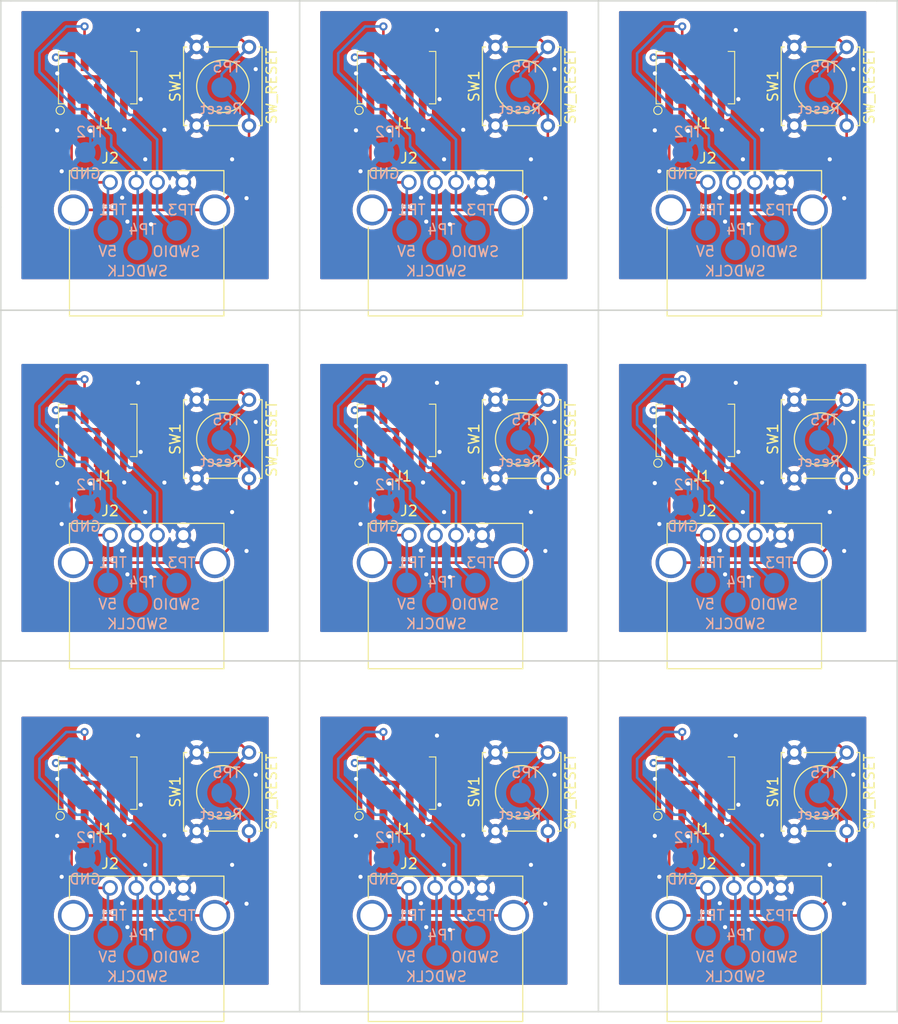
<source format=kicad_pcb>
(kicad_pcb (version 20171130) (host pcbnew "(5.0.1)-4")
  (layers (0 F.Cu signal) (31 B.Cu signal) (35 F.Paste user) (36 B.SilkS user) (37 F.SilkS user) (38 B.Mask user) (39 F.Mask user) (44 Edge.Cuts user))
  (net 0 "")
  (net 1 +5V)
  (net 2 GND)
  (net 3 /SWDIO)
  (net 4 /SWDCLK)
  (net 5 /Reset)
  (module Buttons_Switches_THT:SW_Tactile_Straight_KSA0Axx1LFTR (layer F.Cu) (at 196.01 153.5 90)
    (fp_text reference SW1 (at 3.81 -2.08 90) (layer F.SilkS))
    (fp_text value SW_RESET (at 3.81 7.28 90) (layer F.SilkS))
    (pad 1 thru_hole circle (at 7.62 0 90) (size 1.397 1.397) (drill 0.8128) (layers *.Cu *.Mask) (net 2 GND))
    (pad 2 thru_hole circle (at 7.62 5.08 90) (size 1.397 1.397) (drill 0.8128) (layers *.Cu *.Mask) (net 5 /Reset))
    (pad 1 thru_hole circle (at 0 0 90) (size 1.397 1.397) (drill 0.8128) (layers *.Cu *.Mask) (net 2 GND))
    (pad 2 thru_hole circle (at 0 5.08 90) (size 1.397 1.397) (drill 0.8128) (layers *.Cu *.Mask) (net 5 /Reset))
  )
  (module Buttons_Switches_THT:SW_Tactile_Straight_KSA0Axx1LFTR (layer F.Cu) (at 167.01 153.5 90)
    (fp_text reference SW1 (at 3.81 -2.08 90) (layer F.SilkS))
    (fp_text value SW_RESET (at 3.81 7.28 90) (layer F.SilkS))
    (pad 1 thru_hole circle (at 7.62 0 90) (size 1.397 1.397) (drill 0.8128) (layers *.Cu *.Mask) (net 2 GND))
    (pad 2 thru_hole circle (at 7.62 5.08 90) (size 1.397 1.397) (drill 0.8128) (layers *.Cu *.Mask) (net 5 /Reset))
    (pad 1 thru_hole circle (at 0 0 90) (size 1.397 1.397) (drill 0.8128) (layers *.Cu *.Mask) (net 2 GND))
    (pad 2 thru_hole circle (at 0 5.08 90) (size 1.397 1.397) (drill 0.8128) (layers *.Cu *.Mask) (net 5 /Reset))
  )
  (module Buttons_Switches_THT:SW_Tactile_Straight_KSA0Axx1LFTR (layer F.Cu) (at 138.01 153.5 90)
    (fp_text reference SW1 (at 3.81 -2.08 90) (layer F.SilkS))
    (fp_text value SW_RESET (at 3.81 7.28 90) (layer F.SilkS))
    (pad 1 thru_hole circle (at 7.62 0 90) (size 1.397 1.397) (drill 0.8128) (layers *.Cu *.Mask) (net 2 GND))
    (pad 2 thru_hole circle (at 7.62 5.08 90) (size 1.397 1.397) (drill 0.8128) (layers *.Cu *.Mask) (net 5 /Reset))
    (pad 1 thru_hole circle (at 0 0 90) (size 1.397 1.397) (drill 0.8128) (layers *.Cu *.Mask) (net 2 GND))
    (pad 2 thru_hole circle (at 0 5.08 90) (size 1.397 1.397) (drill 0.8128) (layers *.Cu *.Mask) (net 5 /Reset))
  )
  (module Buttons_Switches_THT:SW_Tactile_Straight_KSA0Axx1LFTR (layer F.Cu) (at 196.01 119.3 90)
    (fp_text reference SW1 (at 3.81 -2.08 90) (layer F.SilkS))
    (fp_text value SW_RESET (at 3.81 7.28 90) (layer F.SilkS))
    (pad 1 thru_hole circle (at 7.62 0 90) (size 1.397 1.397) (drill 0.8128) (layers *.Cu *.Mask) (net 2 GND))
    (pad 2 thru_hole circle (at 7.62 5.08 90) (size 1.397 1.397) (drill 0.8128) (layers *.Cu *.Mask) (net 5 /Reset))
    (pad 1 thru_hole circle (at 0 0 90) (size 1.397 1.397) (drill 0.8128) (layers *.Cu *.Mask) (net 2 GND))
    (pad 2 thru_hole circle (at 0 5.08 90) (size 1.397 1.397) (drill 0.8128) (layers *.Cu *.Mask) (net 5 /Reset))
  )
  (module Buttons_Switches_THT:SW_Tactile_Straight_KSA0Axx1LFTR (layer F.Cu) (at 167.01 119.3 90)
    (fp_text reference SW1 (at 3.81 -2.08 90) (layer F.SilkS))
    (fp_text value SW_RESET (at 3.81 7.28 90) (layer F.SilkS))
    (pad 1 thru_hole circle (at 7.62 0 90) (size 1.397 1.397) (drill 0.8128) (layers *.Cu *.Mask) (net 2 GND))
    (pad 2 thru_hole circle (at 7.62 5.08 90) (size 1.397 1.397) (drill 0.8128) (layers *.Cu *.Mask) (net 5 /Reset))
    (pad 1 thru_hole circle (at 0 0 90) (size 1.397 1.397) (drill 0.8128) (layers *.Cu *.Mask) (net 2 GND))
    (pad 2 thru_hole circle (at 0 5.08 90) (size 1.397 1.397) (drill 0.8128) (layers *.Cu *.Mask) (net 5 /Reset))
  )
  (module Buttons_Switches_THT:SW_Tactile_Straight_KSA0Axx1LFTR (layer F.Cu) (at 138.01 119.3 90)
    (fp_text reference SW1 (at 3.81 -2.08 90) (layer F.SilkS))
    (fp_text value SW_RESET (at 3.81 7.28 90) (layer F.SilkS))
    (pad 1 thru_hole circle (at 7.62 0 90) (size 1.397 1.397) (drill 0.8128) (layers *.Cu *.Mask) (net 2 GND))
    (pad 2 thru_hole circle (at 7.62 5.08 90) (size 1.397 1.397) (drill 0.8128) (layers *.Cu *.Mask) (net 5 /Reset))
    (pad 1 thru_hole circle (at 0 0 90) (size 1.397 1.397) (drill 0.8128) (layers *.Cu *.Mask) (net 2 GND))
    (pad 2 thru_hole circle (at 0 5.08 90) (size 1.397 1.397) (drill 0.8128) (layers *.Cu *.Mask) (net 5 /Reset))
  )
  (module Buttons_Switches_THT:SW_Tactile_Straight_KSA0Axx1LFTR (layer F.Cu) (at 196.01 85.1 90)
    (fp_text reference SW1 (at 3.81 -2.08 90) (layer F.SilkS))
    (fp_text value SW_RESET (at 3.81 7.28 90) (layer F.SilkS))
    (pad 1 thru_hole circle (at 7.62 0 90) (size 1.397 1.397) (drill 0.8128) (layers *.Cu *.Mask) (net 2 GND))
    (pad 2 thru_hole circle (at 7.62 5.08 90) (size 1.397 1.397) (drill 0.8128) (layers *.Cu *.Mask) (net 5 /Reset))
    (pad 1 thru_hole circle (at 0 0 90) (size 1.397 1.397) (drill 0.8128) (layers *.Cu *.Mask) (net 2 GND))
    (pad 2 thru_hole circle (at 0 5.08 90) (size 1.397 1.397) (drill 0.8128) (layers *.Cu *.Mask) (net 5 /Reset))
  )
  (module Buttons_Switches_THT:SW_Tactile_Straight_KSA0Axx1LFTR (layer F.Cu) (at 167.01 85.1 90)
    (fp_text reference SW1 (at 3.81 -2.08 90) (layer F.SilkS))
    (fp_text value SW_RESET (at 3.81 7.28 90) (layer F.SilkS))
    (pad 1 thru_hole circle (at 7.62 0 90) (size 1.397 1.397) (drill 0.8128) (layers *.Cu *.Mask) (net 2 GND))
    (pad 2 thru_hole circle (at 7.62 5.08 90) (size 1.397 1.397) (drill 0.8128) (layers *.Cu *.Mask) (net 5 /Reset))
    (pad 1 thru_hole circle (at 0 0 90) (size 1.397 1.397) (drill 0.8128) (layers *.Cu *.Mask) (net 2 GND))
    (pad 2 thru_hole circle (at 0 5.08 90) (size 1.397 1.397) (drill 0.8128) (layers *.Cu *.Mask) (net 5 /Reset))
  )
  (module CustomKiCadLibrary:TP_080X080R (layer B.Cu) (at 198.44 149.81)
    (fp_text reference TP5 (at 0.4688 -1.9732) (layer B.SilkS) (effects (justify mirror)))
    (fp_text value Reset (at -0.0254 2.0574) (layer B.SilkS) (effects (justify mirror)))
    (pad 1 smd circle (at 0 0) (size 2 2) (layers B.Cu B.Mask) (net 5 /Reset))
  )
  (module CustomKiCadLibrary:TP_080X080R (layer B.Cu) (at 169.44 149.81)
    (fp_text reference TP5 (at 0.4688 -1.9732) (layer B.SilkS) (effects (justify mirror)))
    (fp_text value Reset (at -0.0254 2.0574) (layer B.SilkS) (effects (justify mirror)))
    (pad 1 smd circle (at 0 0) (size 2 2) (layers B.Cu B.Mask) (net 5 /Reset))
  )
  (module CustomKiCadLibrary:TP_080X080R (layer B.Cu) (at 140.44 149.81)
    (fp_text reference TP5 (at 0.4688 -1.9732) (layer B.SilkS) (effects (justify mirror)))
    (fp_text value Reset (at -0.0254 2.0574) (layer B.SilkS) (effects (justify mirror)))
    (pad 1 smd circle (at 0 0) (size 2 2) (layers B.Cu B.Mask) (net 5 /Reset))
  )
  (module CustomKiCadLibrary:TP_080X080R (layer B.Cu) (at 198.44 115.61)
    (fp_text reference TP5 (at 0.4688 -1.9732) (layer B.SilkS) (effects (justify mirror)))
    (fp_text value Reset (at -0.0254 2.0574) (layer B.SilkS) (effects (justify mirror)))
    (pad 1 smd circle (at 0 0) (size 2 2) (layers B.Cu B.Mask) (net 5 /Reset))
  )
  (module CustomKiCadLibrary:TP_080X080R (layer B.Cu) (at 169.44 115.61)
    (fp_text reference TP5 (at 0.4688 -1.9732) (layer B.SilkS) (effects (justify mirror)))
    (fp_text value Reset (at -0.0254 2.0574) (layer B.SilkS) (effects (justify mirror)))
    (pad 1 smd circle (at 0 0) (size 2 2) (layers B.Cu B.Mask) (net 5 /Reset))
  )
  (module CustomKiCadLibrary:TP_080X080R (layer B.Cu) (at 140.44 115.61)
    (fp_text reference TP5 (at 0.4688 -1.9732) (layer B.SilkS) (effects (justify mirror)))
    (fp_text value Reset (at -0.0254 2.0574) (layer B.SilkS) (effects (justify mirror)))
    (pad 1 smd circle (at 0 0) (size 2 2) (layers B.Cu B.Mask) (net 5 /Reset))
  )
  (module CustomKiCadLibrary:TP_080X080R (layer B.Cu) (at 198.44 81.41)
    (fp_text reference TP5 (at 0.4688 -1.9732) (layer B.SilkS) (effects (justify mirror)))
    (fp_text value Reset (at -0.0254 2.0574) (layer B.SilkS) (effects (justify mirror)))
    (pad 1 smd circle (at 0 0) (size 2 2) (layers B.Cu B.Mask) (net 5 /Reset))
  )
  (module CustomKiCadLibrary:TP_080X080R (layer B.Cu) (at 169.44 81.41)
    (fp_text reference TP5 (at 0.4688 -1.9732) (layer B.SilkS) (effects (justify mirror)))
    (fp_text value Reset (at -0.0254 2.0574) (layer B.SilkS) (effects (justify mirror)))
    (pad 1 smd circle (at 0 0) (size 2 2) (layers B.Cu B.Mask) (net 5 /Reset))
  )
  (module CustomKiCadLibrary:TP_080X080R (layer B.Cu) (at 190.29 165.55)
    (fp_text reference TP4 (at 0.4688 -1.9732) (layer B.SilkS) (effects (justify mirror)))
    (fp_text value SWDCLK (at -0.0254 2.0574) (layer B.SilkS) (effects (justify mirror)))
    (pad 1 smd circle (at 0 0) (size 2 2) (layers B.Cu B.Mask) (net 4 /SWDCLK))
  )
  (module CustomKiCadLibrary:TP_080X080R (layer B.Cu) (at 161.29 165.55)
    (fp_text reference TP4 (at 0.4688 -1.9732) (layer B.SilkS) (effects (justify mirror)))
    (fp_text value SWDCLK (at -0.0254 2.0574) (layer B.SilkS) (effects (justify mirror)))
    (pad 1 smd circle (at 0 0) (size 2 2) (layers B.Cu B.Mask) (net 4 /SWDCLK))
  )
  (module CustomKiCadLibrary:TP_080X080R (layer B.Cu) (at 132.29 165.55)
    (fp_text reference TP4 (at 0.4688 -1.9732) (layer B.SilkS) (effects (justify mirror)))
    (fp_text value SWDCLK (at -0.0254 2.0574) (layer B.SilkS) (effects (justify mirror)))
    (pad 1 smd circle (at 0 0) (size 2 2) (layers B.Cu B.Mask) (net 4 /SWDCLK))
  )
  (module CustomKiCadLibrary:TP_080X080R (layer B.Cu) (at 190.29 131.35)
    (fp_text reference TP4 (at 0.4688 -1.9732) (layer B.SilkS) (effects (justify mirror)))
    (fp_text value SWDCLK (at -0.0254 2.0574) (layer B.SilkS) (effects (justify mirror)))
    (pad 1 smd circle (at 0 0) (size 2 2) (layers B.Cu B.Mask) (net 4 /SWDCLK))
  )
  (module CustomKiCadLibrary:TP_080X080R (layer B.Cu) (at 161.29 131.35)
    (fp_text reference TP4 (at 0.4688 -1.9732) (layer B.SilkS) (effects (justify mirror)))
    (fp_text value SWDCLK (at -0.0254 2.0574) (layer B.SilkS) (effects (justify mirror)))
    (pad 1 smd circle (at 0 0) (size 2 2) (layers B.Cu B.Mask) (net 4 /SWDCLK))
  )
  (module CustomKiCadLibrary:TP_080X080R (layer B.Cu) (at 132.29 131.35)
    (fp_text reference TP4 (at 0.4688 -1.9732) (layer B.SilkS) (effects (justify mirror)))
    (fp_text value SWDCLK (at -0.0254 2.0574) (layer B.SilkS) (effects (justify mirror)))
    (pad 1 smd circle (at 0 0) (size 2 2) (layers B.Cu B.Mask) (net 4 /SWDCLK))
  )
  (module CustomKiCadLibrary:TP_080X080R (layer B.Cu) (at 190.29 97.15)
    (fp_text reference TP4 (at 0.4688 -1.9732) (layer B.SilkS) (effects (justify mirror)))
    (fp_text value SWDCLK (at -0.0254 2.0574) (layer B.SilkS) (effects (justify mirror)))
    (pad 1 smd circle (at 0 0) (size 2 2) (layers B.Cu B.Mask) (net 4 /SWDCLK))
  )
  (module CustomKiCadLibrary:TP_080X080R (layer B.Cu) (at 161.29 97.15)
    (fp_text reference TP4 (at 0.4688 -1.9732) (layer B.SilkS) (effects (justify mirror)))
    (fp_text value SWDCLK (at -0.0254 2.0574) (layer B.SilkS) (effects (justify mirror)))
    (pad 1 smd circle (at 0 0) (size 2 2) (layers B.Cu B.Mask) (net 4 /SWDCLK))
  )
  (module CustomKiCadLibrary:TP_080X080R (layer B.Cu) (at 194.07 163.66)
    (fp_text reference TP3 (at 0.4688 -1.9732) (layer B.SilkS) (effects (justify mirror)))
    (fp_text value SWDIO (at -0.0254 2.0574) (layer B.SilkS) (effects (justify mirror)))
    (pad 1 smd circle (at 0 0) (size 2 2) (layers B.Cu B.Mask) (net 3 /SWDIO))
  )
  (module CustomKiCadLibrary:TP_080X080R (layer B.Cu) (at 165.07 163.66)
    (fp_text reference TP3 (at 0.4688 -1.9732) (layer B.SilkS) (effects (justify mirror)))
    (fp_text value SWDIO (at -0.0254 2.0574) (layer B.SilkS) (effects (justify mirror)))
    (pad 1 smd circle (at 0 0) (size 2 2) (layers B.Cu B.Mask) (net 3 /SWDIO))
  )
  (module CustomKiCadLibrary:TP_080X080R (layer B.Cu) (at 136.07 163.66)
    (fp_text reference TP3 (at 0.4688 -1.9732) (layer B.SilkS) (effects (justify mirror)))
    (fp_text value SWDIO (at -0.0254 2.0574) (layer B.SilkS) (effects (justify mirror)))
    (pad 1 smd circle (at 0 0) (size 2 2) (layers B.Cu B.Mask) (net 3 /SWDIO))
  )
  (module CustomKiCadLibrary:TP_080X080R (layer B.Cu) (at 194.07 129.46)
    (fp_text reference TP3 (at 0.4688 -1.9732) (layer B.SilkS) (effects (justify mirror)))
    (fp_text value SWDIO (at -0.0254 2.0574) (layer B.SilkS) (effects (justify mirror)))
    (pad 1 smd circle (at 0 0) (size 2 2) (layers B.Cu B.Mask) (net 3 /SWDIO))
  )
  (module CustomKiCadLibrary:TP_080X080R (layer B.Cu) (at 165.07 129.46)
    (fp_text reference TP3 (at 0.4688 -1.9732) (layer B.SilkS) (effects (justify mirror)))
    (fp_text value SWDIO (at -0.0254 2.0574) (layer B.SilkS) (effects (justify mirror)))
    (pad 1 smd circle (at 0 0) (size 2 2) (layers B.Cu B.Mask) (net 3 /SWDIO))
  )
  (module CustomKiCadLibrary:TP_080X080R (layer B.Cu) (at 136.07 129.46)
    (fp_text reference TP3 (at 0.4688 -1.9732) (layer B.SilkS) (effects (justify mirror)))
    (fp_text value SWDIO (at -0.0254 2.0574) (layer B.SilkS) (effects (justify mirror)))
    (pad 1 smd circle (at 0 0) (size 2 2) (layers B.Cu B.Mask) (net 3 /SWDIO))
  )
  (module CustomKiCadLibrary:TP_080X080R (layer B.Cu) (at 194.07 95.26)
    (fp_text reference TP3 (at 0.4688 -1.9732) (layer B.SilkS) (effects (justify mirror)))
    (fp_text value SWDIO (at -0.0254 2.0574) (layer B.SilkS) (effects (justify mirror)))
    (pad 1 smd circle (at 0 0) (size 2 2) (layers B.Cu B.Mask) (net 3 /SWDIO))
  )
  (module CustomKiCadLibrary:TP_080X080R (layer B.Cu) (at 165.07 95.26)
    (fp_text reference TP3 (at 0.4688 -1.9732) (layer B.SilkS) (effects (justify mirror)))
    (fp_text value SWDIO (at -0.0254 2.0574) (layer B.SilkS) (effects (justify mirror)))
    (pad 1 smd circle (at 0 0) (size 2 2) (layers B.Cu B.Mask) (net 3 /SWDIO))
  )
  (module CustomKiCadLibrary:TP_080X080R (layer B.Cu) (at 185.2 156.1)
    (fp_text reference TP2 (at 0.4688 -1.9732) (layer B.SilkS) (effects (justify mirror)))
    (fp_text value GND (at -0.0254 2.0574) (layer B.SilkS) (effects (justify mirror)))
    (pad 1 smd circle (at 0 0) (size 2 2) (layers B.Cu B.Mask) (net 2 GND))
  )
  (module CustomKiCadLibrary:TP_080X080R (layer B.Cu) (at 156.2 156.1)
    (fp_text reference TP2 (at 0.4688 -1.9732) (layer B.SilkS) (effects (justify mirror)))
    (fp_text value GND (at -0.0254 2.0574) (layer B.SilkS) (effects (justify mirror)))
    (pad 1 smd circle (at 0 0) (size 2 2) (layers B.Cu B.Mask) (net 2 GND))
  )
  (module CustomKiCadLibrary:TP_080X080R (layer B.Cu) (at 127.2 156.1)
    (fp_text reference TP2 (at 0.4688 -1.9732) (layer B.SilkS) (effects (justify mirror)))
    (fp_text value GND (at -0.0254 2.0574) (layer B.SilkS) (effects (justify mirror)))
    (pad 1 smd circle (at 0 0) (size 2 2) (layers B.Cu B.Mask) (net 2 GND))
  )
  (module CustomKiCadLibrary:TP_080X080R (layer B.Cu) (at 185.2 121.9)
    (fp_text reference TP2 (at 0.4688 -1.9732) (layer B.SilkS) (effects (justify mirror)))
    (fp_text value GND (at -0.0254 2.0574) (layer B.SilkS) (effects (justify mirror)))
    (pad 1 smd circle (at 0 0) (size 2 2) (layers B.Cu B.Mask) (net 2 GND))
  )
  (module CustomKiCadLibrary:TP_080X080R (layer B.Cu) (at 156.2 121.9)
    (fp_text reference TP2 (at 0.4688 -1.9732) (layer B.SilkS) (effects (justify mirror)))
    (fp_text value GND (at -0.0254 2.0574) (layer B.SilkS) (effects (justify mirror)))
    (pad 1 smd circle (at 0 0) (size 2 2) (layers B.Cu B.Mask) (net 2 GND))
  )
  (module CustomKiCadLibrary:TP_080X080R (layer B.Cu) (at 127.2 121.9)
    (fp_text reference TP2 (at 0.4688 -1.9732) (layer B.SilkS) (effects (justify mirror)))
    (fp_text value GND (at -0.0254 2.0574) (layer B.SilkS) (effects (justify mirror)))
    (pad 1 smd circle (at 0 0) (size 2 2) (layers B.Cu B.Mask) (net 2 GND))
  )
  (module CustomKiCadLibrary:TP_080X080R (layer B.Cu) (at 185.2 87.7)
    (fp_text reference TP2 (at 0.4688 -1.9732) (layer B.SilkS) (effects (justify mirror)))
    (fp_text value GND (at -0.0254 2.0574) (layer B.SilkS) (effects (justify mirror)))
    (pad 1 smd circle (at 0 0) (size 2 2) (layers B.Cu B.Mask) (net 2 GND))
  )
  (module CustomKiCadLibrary:TP_080X080R (layer B.Cu) (at 156.2 87.7)
    (fp_text reference TP2 (at 0.4688 -1.9732) (layer B.SilkS) (effects (justify mirror)))
    (fp_text value GND (at -0.0254 2.0574) (layer B.SilkS) (effects (justify mirror)))
    (pad 1 smd circle (at 0 0) (size 2 2) (layers B.Cu B.Mask) (net 2 GND))
  )
  (module CustomKiCadLibrary:TP_080X080R (layer B.Cu) (at 187.4 163.64)
    (fp_text reference TP1 (at 0.4688 -1.9732) (layer B.SilkS) (effects (justify mirror)))
    (fp_text value 5V (at -0.0254 2.0574) (layer B.SilkS) (effects (justify mirror)))
    (pad 1 smd circle (at 0 0) (size 2 2) (layers B.Cu B.Mask) (net 1 +5V))
  )
  (module CustomKiCadLibrary:TP_080X080R (layer B.Cu) (at 158.4 163.64)
    (fp_text reference TP1 (at 0.4688 -1.9732) (layer B.SilkS) (effects (justify mirror)))
    (fp_text value 5V (at -0.0254 2.0574) (layer B.SilkS) (effects (justify mirror)))
    (pad 1 smd circle (at 0 0) (size 2 2) (layers B.Cu B.Mask) (net 1 +5V))
  )
  (module CustomKiCadLibrary:TP_080X080R (layer B.Cu) (at 129.4 163.64)
    (fp_text reference TP1 (at 0.4688 -1.9732) (layer B.SilkS) (effects (justify mirror)))
    (fp_text value 5V (at -0.0254 2.0574) (layer B.SilkS) (effects (justify mirror)))
    (pad 1 smd circle (at 0 0) (size 2 2) (layers B.Cu B.Mask) (net 1 +5V))
  )
  (module CustomKiCadLibrary:TP_080X080R (layer B.Cu) (at 187.4 129.44)
    (fp_text reference TP1 (at 0.4688 -1.9732) (layer B.SilkS) (effects (justify mirror)))
    (fp_text value 5V (at -0.0254 2.0574) (layer B.SilkS) (effects (justify mirror)))
    (pad 1 smd circle (at 0 0) (size 2 2) (layers B.Cu B.Mask) (net 1 +5V))
  )
  (module CustomKiCadLibrary:TP_080X080R (layer B.Cu) (at 158.4 129.44)
    (fp_text reference TP1 (at 0.4688 -1.9732) (layer B.SilkS) (effects (justify mirror)))
    (fp_text value 5V (at -0.0254 2.0574) (layer B.SilkS) (effects (justify mirror)))
    (pad 1 smd circle (at 0 0) (size 2 2) (layers B.Cu B.Mask) (net 1 +5V))
  )
  (module CustomKiCadLibrary:TP_080X080R (layer B.Cu) (at 129.4 129.44)
    (fp_text reference TP1 (at 0.4688 -1.9732) (layer B.SilkS) (effects (justify mirror)))
    (fp_text value 5V (at -0.0254 2.0574) (layer B.SilkS) (effects (justify mirror)))
    (pad 1 smd circle (at 0 0) (size 2 2) (layers B.Cu B.Mask) (net 1 +5V))
  )
  (module CustomKiCadLibrary:TP_080X080R (layer B.Cu) (at 187.4 95.24)
    (fp_text reference TP1 (at 0.4688 -1.9732) (layer B.SilkS) (effects (justify mirror)))
    (fp_text value 5V (at -0.0254 2.0574) (layer B.SilkS) (effects (justify mirror)))
    (pad 1 smd circle (at 0 0) (size 2 2) (layers B.Cu B.Mask) (net 1 +5V))
  )
  (module CustomKiCadLibrary:TP_080X080R (layer B.Cu) (at 158.4 95.24)
    (fp_text reference TP1 (at 0.4688 -1.9732) (layer B.SilkS) (effects (justify mirror)))
    (fp_text value 5V (at -0.0254 2.0574) (layer B.SilkS) (effects (justify mirror)))
    (pad 1 smd circle (at 0 0) (size 2 2) (layers B.Cu B.Mask) (net 1 +5V))
  )
  (module Connectors:USB_A (layer F.Cu) (at 187.605001 159.005001)
    (fp_text reference J2 (at 0 -2.35) (layer F.SilkS))
    (fp_text value USB_A)
    (pad 4 thru_hole circle (at 7.11 0 270) (size 1.5 1.5) (drill 1) (layers *.Cu *.Mask) (net 2 GND))
    (pad 3 thru_hole circle (at 4.57 0 270) (size 1.5 1.5) (drill 1) (layers *.Cu *.Mask) (net 3 /SWDIO))
    (pad 2 thru_hole circle (at 2.54 0 270) (size 1.5 1.5) (drill 1) (layers *.Cu *.Mask) (net 4 /SWDCLK))
    (pad 1 thru_hole circle (at 0 0 270) (size 1.5 1.5) (drill 1) (layers *.Cu *.Mask) (net 1 +5V))
    (pad 5 thru_hole circle (at 10.16 2.67 270) (size 3 3) (drill 2.3) (layers *.Cu *.Mask) (net 5 /Reset))
    (pad 5 thru_hole circle (at -3.56 2.67 270) (size 3 3) (drill 2.3) (layers *.Cu *.Mask) (net 5 /Reset))
  )
  (module Connectors:USB_A (layer F.Cu) (at 158.605001 159.005001)
    (fp_text reference J2 (at 0 -2.35) (layer F.SilkS))
    (fp_text value USB_A)
    (pad 4 thru_hole circle (at 7.11 0 270) (size 1.5 1.5) (drill 1) (layers *.Cu *.Mask) (net 2 GND))
    (pad 3 thru_hole circle (at 4.57 0 270) (size 1.5 1.5) (drill 1) (layers *.Cu *.Mask) (net 3 /SWDIO))
    (pad 2 thru_hole circle (at 2.54 0 270) (size 1.5 1.5) (drill 1) (layers *.Cu *.Mask) (net 4 /SWDCLK))
    (pad 1 thru_hole circle (at 0 0 270) (size 1.5 1.5) (drill 1) (layers *.Cu *.Mask) (net 1 +5V))
    (pad 5 thru_hole circle (at 10.16 2.67 270) (size 3 3) (drill 2.3) (layers *.Cu *.Mask) (net 5 /Reset))
    (pad 5 thru_hole circle (at -3.56 2.67 270) (size 3 3) (drill 2.3) (layers *.Cu *.Mask) (net 5 /Reset))
  )
  (module Connectors:USB_A (layer F.Cu) (at 129.605001 159.005001)
    (fp_text reference J2 (at 0 -2.35) (layer F.SilkS))
    (fp_text value USB_A)
    (pad 4 thru_hole circle (at 7.11 0 270) (size 1.5 1.5) (drill 1) (layers *.Cu *.Mask) (net 2 GND))
    (pad 3 thru_hole circle (at 4.57 0 270) (size 1.5 1.5) (drill 1) (layers *.Cu *.Mask) (net 3 /SWDIO))
    (pad 2 thru_hole circle (at 2.54 0 270) (size 1.5 1.5) (drill 1) (layers *.Cu *.Mask) (net 4 /SWDCLK))
    (pad 1 thru_hole circle (at 0 0 270) (size 1.5 1.5) (drill 1) (layers *.Cu *.Mask) (net 1 +5V))
    (pad 5 thru_hole circle (at 10.16 2.67 270) (size 3 3) (drill 2.3) (layers *.Cu *.Mask) (net 5 /Reset))
    (pad 5 thru_hole circle (at -3.56 2.67 270) (size 3 3) (drill 2.3) (layers *.Cu *.Mask) (net 5 /Reset))
  )
  (module Connectors:USB_A (layer F.Cu) (at 187.605001 124.805001)
    (fp_text reference J2 (at 0 -2.35) (layer F.SilkS))
    (fp_text value USB_A)
    (pad 4 thru_hole circle (at 7.11 0 270) (size 1.5 1.5) (drill 1) (layers *.Cu *.Mask) (net 2 GND))
    (pad 3 thru_hole circle (at 4.57 0 270) (size 1.5 1.5) (drill 1) (layers *.Cu *.Mask) (net 3 /SWDIO))
    (pad 2 thru_hole circle (at 2.54 0 270) (size 1.5 1.5) (drill 1) (layers *.Cu *.Mask) (net 4 /SWDCLK))
    (pad 1 thru_hole circle (at 0 0 270) (size 1.5 1.5) (drill 1) (layers *.Cu *.Mask) (net 1 +5V))
    (pad 5 thru_hole circle (at 10.16 2.67 270) (size 3 3) (drill 2.3) (layers *.Cu *.Mask) (net 5 /Reset))
    (pad 5 thru_hole circle (at -3.56 2.67 270) (size 3 3) (drill 2.3) (layers *.Cu *.Mask) (net 5 /Reset))
  )
  (module Connectors:USB_A (layer F.Cu) (at 158.605001 124.805001)
    (fp_text reference J2 (at 0 -2.35) (layer F.SilkS))
    (fp_text value USB_A)
    (pad 4 thru_hole circle (at 7.11 0 270) (size 1.5 1.5) (drill 1) (layers *.Cu *.Mask) (net 2 GND))
    (pad 3 thru_hole circle (at 4.57 0 270) (size 1.5 1.5) (drill 1) (layers *.Cu *.Mask) (net 3 /SWDIO))
    (pad 2 thru_hole circle (at 2.54 0 270) (size 1.5 1.5) (drill 1) (layers *.Cu *.Mask) (net 4 /SWDCLK))
    (pad 1 thru_hole circle (at 0 0 270) (size 1.5 1.5) (drill 1) (layers *.Cu *.Mask) (net 1 +5V))
    (pad 5 thru_hole circle (at 10.16 2.67 270) (size 3 3) (drill 2.3) (layers *.Cu *.Mask) (net 5 /Reset))
    (pad 5 thru_hole circle (at -3.56 2.67 270) (size 3 3) (drill 2.3) (layers *.Cu *.Mask) (net 5 /Reset))
  )
  (module Connectors:USB_A (layer F.Cu) (at 129.605001 124.805001)
    (fp_text reference J2 (at 0 -2.35) (layer F.SilkS))
    (fp_text value USB_A)
    (pad 4 thru_hole circle (at 7.11 0 270) (size 1.5 1.5) (drill 1) (layers *.Cu *.Mask) (net 2 GND))
    (pad 3 thru_hole circle (at 4.57 0 270) (size 1.5 1.5) (drill 1) (layers *.Cu *.Mask) (net 3 /SWDIO))
    (pad 2 thru_hole circle (at 2.54 0 270) (size 1.5 1.5) (drill 1) (layers *.Cu *.Mask) (net 4 /SWDCLK))
    (pad 1 thru_hole circle (at 0 0 270) (size 1.5 1.5) (drill 1) (layers *.Cu *.Mask) (net 1 +5V))
    (pad 5 thru_hole circle (at 10.16 2.67 270) (size 3 3) (drill 2.3) (layers *.Cu *.Mask) (net 5 /Reset))
    (pad 5 thru_hole circle (at -3.56 2.67 270) (size 3 3) (drill 2.3) (layers *.Cu *.Mask) (net 5 /Reset))
  )
  (module Connectors:USB_A (layer F.Cu) (at 187.605001 90.605001)
    (fp_text reference J2 (at 0 -2.35) (layer F.SilkS))
    (fp_text value USB_A)
    (pad 4 thru_hole circle (at 7.11 0 270) (size 1.5 1.5) (drill 1) (layers *.Cu *.Mask) (net 2 GND))
    (pad 3 thru_hole circle (at 4.57 0 270) (size 1.5 1.5) (drill 1) (layers *.Cu *.Mask) (net 3 /SWDIO))
    (pad 2 thru_hole circle (at 2.54 0 270) (size 1.5 1.5) (drill 1) (layers *.Cu *.Mask) (net 4 /SWDCLK))
    (pad 1 thru_hole circle (at 0 0 270) (size 1.5 1.5) (drill 1) (layers *.Cu *.Mask) (net 1 +5V))
    (pad 5 thru_hole circle (at 10.16 2.67 270) (size 3 3) (drill 2.3) (layers *.Cu *.Mask) (net 5 /Reset))
    (pad 5 thru_hole circle (at -3.56 2.67 270) (size 3 3) (drill 2.3) (layers *.Cu *.Mask) (net 5 /Reset))
  )
  (module Connectors:USB_A (layer F.Cu) (at 158.605001 90.605001)
    (fp_text reference J2 (at 0 -2.35) (layer F.SilkS))
    (fp_text value USB_A)
    (pad 4 thru_hole circle (at 7.11 0 270) (size 1.5 1.5) (drill 1) (layers *.Cu *.Mask) (net 2 GND))
    (pad 3 thru_hole circle (at 4.57 0 270) (size 1.5 1.5) (drill 1) (layers *.Cu *.Mask) (net 3 /SWDIO))
    (pad 2 thru_hole circle (at 2.54 0 270) (size 1.5 1.5) (drill 1) (layers *.Cu *.Mask) (net 4 /SWDCLK))
    (pad 1 thru_hole circle (at 0 0 270) (size 1.5 1.5) (drill 1) (layers *.Cu *.Mask) (net 1 +5V))
    (pad 5 thru_hole circle (at 10.16 2.67 270) (size 3 3) (drill 2.3) (layers *.Cu *.Mask) (net 5 /Reset))
    (pad 5 thru_hole circle (at -3.56 2.67 270) (size 3 3) (drill 2.3) (layers *.Cu *.Mask) (net 5 /Reset))
  )
  (module CustomKiCadLibrary:185G087 (layer F.Cu) (at 186.41 148.85)
    (fp_text reference J1 (at 0.635 4.445) (layer F.SilkS))
    (fp_text value Conn_02x05_SWD hide)
    (pad 7 smd rect (at 1.27 2.0955) (size 0.762 2.921) (layers F.Cu F.Paste F.Mask))
    (pad 9 smd rect (at 2.54 2.0955) (size 0.762 2.921) (layers F.Cu F.Paste F.Mask) (net 2 GND))
    (pad 5 smd rect (at 0 2.0955) (size 0.762 2.921) (layers F.Cu F.Paste F.Mask) (net 2 GND))
    (pad 3 smd rect (at -1.27 2.0955) (size 0.762 2.921) (layers F.Cu F.Paste F.Mask) (net 2 GND))
    (pad 1 smd rect (at -2.54 2.0955) (size 0.762 2.921) (layers F.Cu F.Paste F.Mask) (net 1 +5V))
    (pad 10 smd rect (at 2.54 -2.0955) (size 0.762 2.921) (layers F.Cu F.Paste F.Mask) (net 5 /Reset))
    (pad 8 smd rect (at 1.27 -2.0955) (size 0.762 2.921) (layers F.Cu F.Paste F.Mask))
    (pad 6 smd rect (at 0 -2.0955) (size 0.762 2.921) (layers F.Cu F.Paste F.Mask))
    (pad 4 smd rect (at -1.27 -2.0955) (size 0.762 2.921) (layers F.Cu F.Paste F.Mask) (net 4 /SWDCLK))
    (pad 2 smd rect (at -2.54 -2.0955) (size 0.762 2.921) (layers F.Cu F.Paste F.Mask) (net 3 /SWDIO))
  )
  (module CustomKiCadLibrary:185G087 (layer F.Cu) (at 157.41 148.85)
    (fp_text reference J1 (at 0.635 4.445) (layer F.SilkS))
    (fp_text value Conn_02x05_SWD hide)
    (pad 7 smd rect (at 1.27 2.0955) (size 0.762 2.921) (layers F.Cu F.Paste F.Mask))
    (pad 9 smd rect (at 2.54 2.0955) (size 0.762 2.921) (layers F.Cu F.Paste F.Mask) (net 2 GND))
    (pad 5 smd rect (at 0 2.0955) (size 0.762 2.921) (layers F.Cu F.Paste F.Mask) (net 2 GND))
    (pad 3 smd rect (at -1.27 2.0955) (size 0.762 2.921) (layers F.Cu F.Paste F.Mask) (net 2 GND))
    (pad 1 smd rect (at -2.54 2.0955) (size 0.762 2.921) (layers F.Cu F.Paste F.Mask) (net 1 +5V))
    (pad 10 smd rect (at 2.54 -2.0955) (size 0.762 2.921) (layers F.Cu F.Paste F.Mask) (net 5 /Reset))
    (pad 8 smd rect (at 1.27 -2.0955) (size 0.762 2.921) (layers F.Cu F.Paste F.Mask))
    (pad 6 smd rect (at 0 -2.0955) (size 0.762 2.921) (layers F.Cu F.Paste F.Mask))
    (pad 4 smd rect (at -1.27 -2.0955) (size 0.762 2.921) (layers F.Cu F.Paste F.Mask) (net 4 /SWDCLK))
    (pad 2 smd rect (at -2.54 -2.0955) (size 0.762 2.921) (layers F.Cu F.Paste F.Mask) (net 3 /SWDIO))
  )
  (module CustomKiCadLibrary:185G087 (layer F.Cu) (at 128.41 148.85)
    (fp_text reference J1 (at 0.635 4.445) (layer F.SilkS))
    (fp_text value Conn_02x05_SWD hide)
    (pad 7 smd rect (at 1.27 2.0955) (size 0.762 2.921) (layers F.Cu F.Paste F.Mask))
    (pad 9 smd rect (at 2.54 2.0955) (size 0.762 2.921) (layers F.Cu F.Paste F.Mask) (net 2 GND))
    (pad 5 smd rect (at 0 2.0955) (size 0.762 2.921) (layers F.Cu F.Paste F.Mask) (net 2 GND))
    (pad 3 smd rect (at -1.27 2.0955) (size 0.762 2.921) (layers F.Cu F.Paste F.Mask) (net 2 GND))
    (pad 1 smd rect (at -2.54 2.0955) (size 0.762 2.921) (layers F.Cu F.Paste F.Mask) (net 1 +5V))
    (pad 10 smd rect (at 2.54 -2.0955) (size 0.762 2.921) (layers F.Cu F.Paste F.Mask) (net 5 /Reset))
    (pad 8 smd rect (at 1.27 -2.0955) (size 0.762 2.921) (layers F.Cu F.Paste F.Mask))
    (pad 6 smd rect (at 0 -2.0955) (size 0.762 2.921) (layers F.Cu F.Paste F.Mask))
    (pad 4 smd rect (at -1.27 -2.0955) (size 0.762 2.921) (layers F.Cu F.Paste F.Mask) (net 4 /SWDCLK))
    (pad 2 smd rect (at -2.54 -2.0955) (size 0.762 2.921) (layers F.Cu F.Paste F.Mask) (net 3 /SWDIO))
  )
  (module CustomKiCadLibrary:185G087 (layer F.Cu) (at 186.41 114.65)
    (fp_text reference J1 (at 0.635 4.445) (layer F.SilkS))
    (fp_text value Conn_02x05_SWD hide)
    (pad 7 smd rect (at 1.27 2.0955) (size 0.762 2.921) (layers F.Cu F.Paste F.Mask))
    (pad 9 smd rect (at 2.54 2.0955) (size 0.762 2.921) (layers F.Cu F.Paste F.Mask) (net 2 GND))
    (pad 5 smd rect (at 0 2.0955) (size 0.762 2.921) (layers F.Cu F.Paste F.Mask) (net 2 GND))
    (pad 3 smd rect (at -1.27 2.0955) (size 0.762 2.921) (layers F.Cu F.Paste F.Mask) (net 2 GND))
    (pad 1 smd rect (at -2.54 2.0955) (size 0.762 2.921) (layers F.Cu F.Paste F.Mask) (net 1 +5V))
    (pad 10 smd rect (at 2.54 -2.0955) (size 0.762 2.921) (layers F.Cu F.Paste F.Mask) (net 5 /Reset))
    (pad 8 smd rect (at 1.27 -2.0955) (size 0.762 2.921) (layers F.Cu F.Paste F.Mask))
    (pad 6 smd rect (at 0 -2.0955) (size 0.762 2.921) (layers F.Cu F.Paste F.Mask))
    (pad 4 smd rect (at -1.27 -2.0955) (size 0.762 2.921) (layers F.Cu F.Paste F.Mask) (net 4 /SWDCLK))
    (pad 2 smd rect (at -2.54 -2.0955) (size 0.762 2.921) (layers F.Cu F.Paste F.Mask) (net 3 /SWDIO))
  )
  (module CustomKiCadLibrary:185G087 (layer F.Cu) (at 157.41 114.65)
    (fp_text reference J1 (at 0.635 4.445) (layer F.SilkS))
    (fp_text value Conn_02x05_SWD hide)
    (pad 7 smd rect (at 1.27 2.0955) (size 0.762 2.921) (layers F.Cu F.Paste F.Mask))
    (pad 9 smd rect (at 2.54 2.0955) (size 0.762 2.921) (layers F.Cu F.Paste F.Mask) (net 2 GND))
    (pad 5 smd rect (at 0 2.0955) (size 0.762 2.921) (layers F.Cu F.Paste F.Mask) (net 2 GND))
    (pad 3 smd rect (at -1.27 2.0955) (size 0.762 2.921) (layers F.Cu F.Paste F.Mask) (net 2 GND))
    (pad 1 smd rect (at -2.54 2.0955) (size 0.762 2.921) (layers F.Cu F.Paste F.Mask) (net 1 +5V))
    (pad 10 smd rect (at 2.54 -2.0955) (size 0.762 2.921) (layers F.Cu F.Paste F.Mask) (net 5 /Reset))
    (pad 8 smd rect (at 1.27 -2.0955) (size 0.762 2.921) (layers F.Cu F.Paste F.Mask))
    (pad 6 smd rect (at 0 -2.0955) (size 0.762 2.921) (layers F.Cu F.Paste F.Mask))
    (pad 4 smd rect (at -1.27 -2.0955) (size 0.762 2.921) (layers F.Cu F.Paste F.Mask) (net 4 /SWDCLK))
    (pad 2 smd rect (at -2.54 -2.0955) (size 0.762 2.921) (layers F.Cu F.Paste F.Mask) (net 3 /SWDIO))
  )
  (module CustomKiCadLibrary:185G087 (layer F.Cu) (at 128.41 114.65)
    (fp_text reference J1 (at 0.635 4.445) (layer F.SilkS))
    (fp_text value Conn_02x05_SWD hide)
    (pad 7 smd rect (at 1.27 2.0955) (size 0.762 2.921) (layers F.Cu F.Paste F.Mask))
    (pad 9 smd rect (at 2.54 2.0955) (size 0.762 2.921) (layers F.Cu F.Paste F.Mask) (net 2 GND))
    (pad 5 smd rect (at 0 2.0955) (size 0.762 2.921) (layers F.Cu F.Paste F.Mask) (net 2 GND))
    (pad 3 smd rect (at -1.27 2.0955) (size 0.762 2.921) (layers F.Cu F.Paste F.Mask) (net 2 GND))
    (pad 1 smd rect (at -2.54 2.0955) (size 0.762 2.921) (layers F.Cu F.Paste F.Mask) (net 1 +5V))
    (pad 10 smd rect (at 2.54 -2.0955) (size 0.762 2.921) (layers F.Cu F.Paste F.Mask) (net 5 /Reset))
    (pad 8 smd rect (at 1.27 -2.0955) (size 0.762 2.921) (layers F.Cu F.Paste F.Mask))
    (pad 6 smd rect (at 0 -2.0955) (size 0.762 2.921) (layers F.Cu F.Paste F.Mask))
    (pad 4 smd rect (at -1.27 -2.0955) (size 0.762 2.921) (layers F.Cu F.Paste F.Mask) (net 4 /SWDCLK))
    (pad 2 smd rect (at -2.54 -2.0955) (size 0.762 2.921) (layers F.Cu F.Paste F.Mask) (net 3 /SWDIO))
  )
  (module CustomKiCadLibrary:185G087 (layer F.Cu) (at 186.41 80.45)
    (fp_text reference J1 (at 0.635 4.445) (layer F.SilkS))
    (fp_text value Conn_02x05_SWD hide)
    (pad 7 smd rect (at 1.27 2.0955) (size 0.762 2.921) (layers F.Cu F.Paste F.Mask))
    (pad 9 smd rect (at 2.54 2.0955) (size 0.762 2.921) (layers F.Cu F.Paste F.Mask) (net 2 GND))
    (pad 5 smd rect (at 0 2.0955) (size 0.762 2.921) (layers F.Cu F.Paste F.Mask) (net 2 GND))
    (pad 3 smd rect (at -1.27 2.0955) (size 0.762 2.921) (layers F.Cu F.Paste F.Mask) (net 2 GND))
    (pad 1 smd rect (at -2.54 2.0955) (size 0.762 2.921) (layers F.Cu F.Paste F.Mask) (net 1 +5V))
    (pad 10 smd rect (at 2.54 -2.0955) (size 0.762 2.921) (layers F.Cu F.Paste F.Mask) (net 5 /Reset))
    (pad 8 smd rect (at 1.27 -2.0955) (size 0.762 2.921) (layers F.Cu F.Paste F.Mask))
    (pad 6 smd rect (at 0 -2.0955) (size 0.762 2.921) (layers F.Cu F.Paste F.Mask))
    (pad 4 smd rect (at -1.27 -2.0955) (size 0.762 2.921) (layers F.Cu F.Paste F.Mask) (net 4 /SWDCLK))
    (pad 2 smd rect (at -2.54 -2.0955) (size 0.762 2.921) (layers F.Cu F.Paste F.Mask) (net 3 /SWDIO))
  )
  (module CustomKiCadLibrary:185G087 (layer F.Cu) (at 157.41 80.45)
    (fp_text reference J1 (at 0.635 4.445) (layer F.SilkS))
    (fp_text value Conn_02x05_SWD hide)
    (pad 7 smd rect (at 1.27 2.0955) (size 0.762 2.921) (layers F.Cu F.Paste F.Mask))
    (pad 9 smd rect (at 2.54 2.0955) (size 0.762 2.921) (layers F.Cu F.Paste F.Mask) (net 2 GND))
    (pad 5 smd rect (at 0 2.0955) (size 0.762 2.921) (layers F.Cu F.Paste F.Mask) (net 2 GND))
    (pad 3 smd rect (at -1.27 2.0955) (size 0.762 2.921) (layers F.Cu F.Paste F.Mask) (net 2 GND))
    (pad 1 smd rect (at -2.54 2.0955) (size 0.762 2.921) (layers F.Cu F.Paste F.Mask) (net 1 +5V))
    (pad 10 smd rect (at 2.54 -2.0955) (size 0.762 2.921) (layers F.Cu F.Paste F.Mask) (net 5 /Reset))
    (pad 8 smd rect (at 1.27 -2.0955) (size 0.762 2.921) (layers F.Cu F.Paste F.Mask))
    (pad 6 smd rect (at 0 -2.0955) (size 0.762 2.921) (layers F.Cu F.Paste F.Mask))
    (pad 4 smd rect (at -1.27 -2.0955) (size 0.762 2.921) (layers F.Cu F.Paste F.Mask) (net 4 /SWDCLK))
    (pad 2 smd rect (at -2.54 -2.0955) (size 0.762 2.921) (layers F.Cu F.Paste F.Mask) (net 3 /SWDIO))
  )
  (module CustomKiCadLibrary:185G087 (layer F.Cu) (at 128.41 80.45)
    (fp_text reference J1 (at 0.635 4.445) (layer F.SilkS))
    (fp_text value Conn_02x05_SWD hide)
    (pad 2 smd rect (at -2.54 -2.0955) (size 0.762 2.921) (layers F.Cu F.Paste F.Mask) (net 3 /SWDIO))
    (pad 4 smd rect (at -1.27 -2.0955) (size 0.762 2.921) (layers F.Cu F.Paste F.Mask) (net 4 /SWDCLK))
    (pad 6 smd rect (at 0 -2.0955) (size 0.762 2.921) (layers F.Cu F.Paste F.Mask))
    (pad 8 smd rect (at 1.27 -2.0955) (size 0.762 2.921) (layers F.Cu F.Paste F.Mask))
    (pad 10 smd rect (at 2.54 -2.0955) (size 0.762 2.921) (layers F.Cu F.Paste F.Mask) (net 5 /Reset))
    (pad 1 smd rect (at -2.54 2.0955) (size 0.762 2.921) (layers F.Cu F.Paste F.Mask) (net 1 +5V))
    (pad 3 smd rect (at -1.27 2.0955) (size 0.762 2.921) (layers F.Cu F.Paste F.Mask) (net 2 GND))
    (pad 5 smd rect (at 0 2.0955) (size 0.762 2.921) (layers F.Cu F.Paste F.Mask) (net 2 GND))
    (pad 9 smd rect (at 2.54 2.0955) (size 0.762 2.921) (layers F.Cu F.Paste F.Mask) (net 2 GND))
    (pad 7 smd rect (at 1.27 2.0955) (size 0.762 2.921) (layers F.Cu F.Paste F.Mask))
  )
  (module Connectors:USB_A (layer F.Cu) (at 129.605001 90.605001)
    (fp_text reference J2 (at 0 -2.35) (layer F.SilkS))
    (fp_text value USB_A)
    (pad 5 thru_hole circle (at -3.56 2.67 270) (size 3 3) (drill 2.3) (layers *.Cu *.Mask) (net 5 /Reset))
    (pad 5 thru_hole circle (at 10.16 2.67 270) (size 3 3) (drill 2.3) (layers *.Cu *.Mask) (net 5 /Reset))
    (pad 1 thru_hole circle (at 0 0 270) (size 1.5 1.5) (drill 1) (layers *.Cu *.Mask) (net 1 +5V))
    (pad 2 thru_hole circle (at 2.54 0 270) (size 1.5 1.5) (drill 1) (layers *.Cu *.Mask) (net 4 /SWDCLK))
    (pad 3 thru_hole circle (at 4.57 0 270) (size 1.5 1.5) (drill 1) (layers *.Cu *.Mask) (net 3 /SWDIO))
    (pad 4 thru_hole circle (at 7.11 0 270) (size 1.5 1.5) (drill 1) (layers *.Cu *.Mask) (net 2 GND))
  )
  (module CustomKiCadLibrary:TP_080X080R (layer B.Cu) (at 129.4 95.24)
    (fp_text reference TP1 (at 0.4688 -1.9732) (layer B.SilkS) (effects (justify mirror)))
    (fp_text value 5V (at -0.0254 2.0574) (layer B.SilkS) (effects (justify mirror)))
    (pad 1 smd circle (at 0 0) (size 2 2) (layers B.Cu B.Mask) (net 1 +5V))
  )
  (module CustomKiCadLibrary:TP_080X080R (layer B.Cu) (at 127.2 87.7)
    (fp_text reference TP2 (at 0.4688 -1.9732) (layer B.SilkS) (effects (justify mirror)))
    (fp_text value GND (at -0.0254 2.0574) (layer B.SilkS) (effects (justify mirror)))
    (pad 1 smd circle (at 0 0) (size 2 2) (layers B.Cu B.Mask) (net 2 GND))
  )
  (module CustomKiCadLibrary:TP_080X080R (layer B.Cu) (at 136.07 95.26)
    (fp_text reference TP3 (at 0.4688 -1.9732) (layer B.SilkS) (effects (justify mirror)))
    (fp_text value SWDIO (at -0.0254 2.0574) (layer B.SilkS) (effects (justify mirror)))
    (pad 1 smd circle (at 0 0) (size 2 2) (layers B.Cu B.Mask) (net 3 /SWDIO))
  )
  (module CustomKiCadLibrary:TP_080X080R (layer B.Cu) (at 132.29 97.15)
    (fp_text reference TP4 (at 0.4688 -1.9732) (layer B.SilkS) (effects (justify mirror)))
    (fp_text value SWDCLK (at -0.0254 2.0574) (layer B.SilkS) (effects (justify mirror)))
    (pad 1 smd circle (at 0 0) (size 2 2) (layers B.Cu B.Mask) (net 4 /SWDCLK))
  )
  (module CustomKiCadLibrary:TP_080X080R (layer B.Cu) (at 140.44 81.41)
    (fp_text reference TP5 (at 0.4688 -1.9732) (layer B.SilkS) (effects (justify mirror)))
    (fp_text value Reset (at -0.0254 2.0574) (layer B.SilkS) (effects (justify mirror)))
    (pad 1 smd circle (at 0 0) (size 2 2) (layers B.Cu B.Mask) (net 5 /Reset))
  )
  (module Buttons_Switches_THT:SW_Tactile_Straight_KSA0Axx1LFTR (layer F.Cu) (at 138.01 85.1 90)
    (fp_text reference SW1 (at 3.81 -2.08 90) (layer F.SilkS))
    (fp_text value SW_RESET (at 3.81 7.28 90) (layer F.SilkS))
    (pad 2 thru_hole circle (at 0 5.08 90) (size 1.397 1.397) (drill 0.8128) (layers *.Cu *.Mask) (net 5 /Reset))
    (pad 1 thru_hole circle (at 0 0 90) (size 1.397 1.397) (drill 0.8128) (layers *.Cu *.Mask) (net 2 GND))
    (pad 2 thru_hole circle (at 7.62 5.08 90) (size 1.397 1.397) (drill 0.8128) (layers *.Cu *.Mask) (net 5 /Reset))
    (pad 1 thru_hole circle (at 7.62 0 90) (size 1.397 1.397) (drill 0.8128) (layers *.Cu *.Mask) (net 2 GND))
  )
  (gr_line (start 119 171) (end 206 171) (layer Edge.Cuts) (width 0.15))
  (gr_line (start 119 137) (end 206 137) (layer Edge.Cuts) (width 0.15))
  (gr_line (start 148 171) (end 148 73) (layer Edge.Cuts) (width 0.15))
  (gr_line (start 177 171) (end 177 73) (layer Edge.Cuts) (width 0.15))
  (gr_line (start 119 171) (end 119 93) (layer Edge.Cuts) (width 0.15))
  (gr_line (start 206 171) (end 206 73) (layer Edge.Cuts) (width 0.15))
  (gr_line (start 119 103) (end 206 103) (layer Edge.Cuts) (width 0.15))
  (gr_line (start 119 73) (end 120 73) (layer Edge.Cuts) (width 0.15))
  (gr_line (start 119 93) (end 119 73) (layer Edge.Cuts) (width 0.15))
  (gr_line (start 204 73) (end 206 73) (layer Edge.Cuts) (width 0.15))
  (gr_line (start 120 73) (end 204 73) (layer Edge.Cuts) (width 0.15))
  (segment (start 129.605001 90.605001) (end 126.455001 90.605001) (width 0.25) (layer F.Cu) (net 1))
  (segment (start 125.87 90.02) (end 125.87 82.5455) (width 0.25) (layer F.Cu) (net 1))
  (segment (start 126.455001 90.605001) (end 125.87 90.02) (width 0.25) (layer F.Cu) (net 1))
  (segment (start 129.4 90.810002) (end 129.605001 90.605001) (width 0.25) (layer B.Cu) (net 1))
  (segment (start 129.4 95.24) (end 129.4 90.810002) (width 0.25) (layer B.Cu) (net 1))
  (segment (start 155.455001 90.605001) (end 154.87 90.02) (width 0.25) (layer F.Cu) (net 1))
  (segment (start 184.455001 90.605001) (end 183.87 90.02) (width 0.25) (layer F.Cu) (net 1))
  (segment (start 126.455001 124.805001) (end 125.87 124.22) (width 0.25) (layer F.Cu) (net 1))
  (segment (start 155.455001 124.805001) (end 154.87 124.22) (width 0.25) (layer F.Cu) (net 1))
  (segment (start 184.455001 124.805001) (end 183.87 124.22) (width 0.25) (layer F.Cu) (net 1))
  (segment (start 126.455001 159.005001) (end 125.87 158.42) (width 0.25) (layer F.Cu) (net 1))
  (segment (start 155.455001 159.005001) (end 154.87 158.42) (width 0.25) (layer F.Cu) (net 1))
  (segment (start 184.455001 159.005001) (end 183.87 158.42) (width 0.25) (layer F.Cu) (net 1))
  (segment (start 154.87 90.02) (end 154.87 82.5455) (width 0.25) (layer F.Cu) (net 1))
  (segment (start 183.87 90.02) (end 183.87 82.5455) (width 0.25) (layer F.Cu) (net 1))
  (segment (start 125.87 124.22) (end 125.87 116.7455) (width 0.25) (layer F.Cu) (net 1))
  (segment (start 154.87 124.22) (end 154.87 116.7455) (width 0.25) (layer F.Cu) (net 1))
  (segment (start 183.87 124.22) (end 183.87 116.7455) (width 0.25) (layer F.Cu) (net 1))
  (segment (start 125.87 158.42) (end 125.87 150.9455) (width 0.25) (layer F.Cu) (net 1))
  (segment (start 154.87 158.42) (end 154.87 150.9455) (width 0.25) (layer F.Cu) (net 1))
  (segment (start 183.87 158.42) (end 183.87 150.9455) (width 0.25) (layer F.Cu) (net 1))
  (segment (start 158.605001 90.605001) (end 155.455001 90.605001) (width 0.25) (layer F.Cu) (net 1))
  (segment (start 187.605001 90.605001) (end 184.455001 90.605001) (width 0.25) (layer F.Cu) (net 1))
  (segment (start 129.605001 124.805001) (end 126.455001 124.805001) (width 0.25) (layer F.Cu) (net 1))
  (segment (start 158.605001 124.805001) (end 155.455001 124.805001) (width 0.25) (layer F.Cu) (net 1))
  (segment (start 187.605001 124.805001) (end 184.455001 124.805001) (width 0.25) (layer F.Cu) (net 1))
  (segment (start 129.605001 159.005001) (end 126.455001 159.005001) (width 0.25) (layer F.Cu) (net 1))
  (segment (start 158.605001 159.005001) (end 155.455001 159.005001) (width 0.25) (layer F.Cu) (net 1))
  (segment (start 187.605001 159.005001) (end 184.455001 159.005001) (width 0.25) (layer F.Cu) (net 1))
  (segment (start 158.4 90.810002) (end 158.605001 90.605001) (width 0.25) (layer B.Cu) (net 1))
  (segment (start 187.4 90.810002) (end 187.605001 90.605001) (width 0.25) (layer B.Cu) (net 1))
  (segment (start 129.4 125.010002) (end 129.605001 124.805001) (width 0.25) (layer B.Cu) (net 1))
  (segment (start 158.4 125.010002) (end 158.605001 124.805001) (width 0.25) (layer B.Cu) (net 1))
  (segment (start 187.4 125.010002) (end 187.605001 124.805001) (width 0.25) (layer B.Cu) (net 1))
  (segment (start 129.4 159.210002) (end 129.605001 159.005001) (width 0.25) (layer B.Cu) (net 1))
  (segment (start 158.4 159.210002) (end 158.605001 159.005001) (width 0.25) (layer B.Cu) (net 1))
  (segment (start 187.4 159.210002) (end 187.605001 159.005001) (width 0.25) (layer B.Cu) (net 1))
  (segment (start 158.4 95.24) (end 158.4 90.810002) (width 0.25) (layer B.Cu) (net 1))
  (segment (start 187.4 95.24) (end 187.4 90.810002) (width 0.25) (layer B.Cu) (net 1))
  (segment (start 129.4 129.44) (end 129.4 125.010002) (width 0.25) (layer B.Cu) (net 1))
  (segment (start 158.4 129.44) (end 158.4 125.010002) (width 0.25) (layer B.Cu) (net 1))
  (segment (start 187.4 129.44) (end 187.4 125.010002) (width 0.25) (layer B.Cu) (net 1))
  (segment (start 129.4 163.64) (end 129.4 159.210002) (width 0.25) (layer B.Cu) (net 1))
  (segment (start 158.4 163.64) (end 158.4 159.210002) (width 0.25) (layer B.Cu) (net 1))
  (segment (start 187.4 163.64) (end 187.4 159.210002) (width 0.25) (layer B.Cu) (net 1))
  (via (at 127.69 85.61) (size 0.8) (drill 0.4) (layers F.Cu B.Cu) (net 2))
  (segment (start 127.14 82.5455) (end 127.14 85.06) (width 0.25) (layer F.Cu) (net 2))
  (segment (start 127.14 85.06) (end 127.69 85.61) (width 0.25) (layer F.Cu) (net 2))
  (segment (start 127.69 87.21) (end 127.2 87.7) (width 0.25) (layer B.Cu) (net 2))
  (segment (start 127.69 85.61) (end 127.69 87.21) (width 0.25) (layer B.Cu) (net 2))
  (segment (start 128.41 84.89) (end 127.69 85.61) (width 0.25) (layer F.Cu) (net 2))
  (segment (start 128.41 82.5455) (end 128.41 84.89) (width 0.25) (layer F.Cu) (net 2))
  (via (at 130.98 85.5) (size 0.8) (drill 0.4) (layers F.Cu B.Cu) (net 2))
  (segment (start 130.95 82.5455) (end 130.95 85.47) (width 0.25) (layer F.Cu) (net 2))
  (segment (start 130.95 85.47) (end 130.98 85.5) (width 0.25) (layer F.Cu) (net 2))
  (via (at 132.58 82.54) (size 0.8) (drill 0.4) (layers F.Cu B.Cu) (net 2))
  (segment (start 130.95 82.5455) (end 132.5745 82.5455) (width 0.25) (layer F.Cu) (net 2))
  (segment (start 132.5745 82.5455) (end 132.58 82.54) (width 0.25) (layer F.Cu) (net 2))
  (via (at 124.480002 80.04) (size 0.8) (drill 0.4) (layers F.Cu B.Cu) (net 2))
  (via (at 133.58 94.67) (size 0.8) (drill 0.4) (layers F.Cu B.Cu) (net 2))
  (via (at 131.29 94.41) (size 0.8) (drill 0.4) (layers F.Cu B.Cu) (net 2))
  (via (at 142.85 92.14) (size 0.8) (drill 0.4) (layers F.Cu B.Cu) (net 2))
  (via (at 141.45 88.37) (size 0.8) (drill 0.4) (layers F.Cu B.Cu) (net 2))
  (via (at 124.47 85.56) (size 0.8) (drill 0.4) (layers F.Cu B.Cu) (net 2))
  (via (at 124.91 89.53) (size 0.8) (drill 0.4) (layers F.Cu B.Cu) (net 2))
  (via (at 133.02 88.37) (size 0.8) (drill 0.4) (layers F.Cu B.Cu) (net 2))
  (via (at 132.33 75.84) (size 0.8) (drill 0.4) (layers F.Cu B.Cu) (net 2))
  (via (at 143.74 79.63) (size 0.8) (drill 0.4) (layers F.Cu B.Cu) (net 2))
  (via (at 134.88 85.51) (size 0.8) (drill 0.4) (layers F.Cu B.Cu) (net 2))
  (via (at 130.78 92.09) (size 0.8) (drill 0.4) (layers F.Cu B.Cu) (net 2))
  (via (at 156.69 85.61) (size 0.8) (drill 0.4) (layers F.Cu B.Cu) (net 2))
  (via (at 185.69 85.61) (size 0.8) (drill 0.4) (layers F.Cu B.Cu) (net 2))
  (via (at 127.69 119.81) (size 0.8) (drill 0.4) (layers F.Cu B.Cu) (net 2))
  (via (at 156.69 119.81) (size 0.8) (drill 0.4) (layers F.Cu B.Cu) (net 2))
  (via (at 185.69 119.81) (size 0.8) (drill 0.4) (layers F.Cu B.Cu) (net 2))
  (via (at 127.69 154.01) (size 0.8) (drill 0.4) (layers F.Cu B.Cu) (net 2))
  (via (at 156.69 154.01) (size 0.8) (drill 0.4) (layers F.Cu B.Cu) (net 2))
  (via (at 185.69 154.01) (size 0.8) (drill 0.4) (layers F.Cu B.Cu) (net 2))
  (segment (start 159.95 82.5455) (end 159.95 85.47) (width 0.25) (layer F.Cu) (net 2))
  (segment (start 188.95 82.5455) (end 188.95 85.47) (width 0.25) (layer F.Cu) (net 2))
  (segment (start 130.95 116.7455) (end 130.95 119.67) (width 0.25) (layer F.Cu) (net 2))
  (segment (start 159.95 116.7455) (end 159.95 119.67) (width 0.25) (layer F.Cu) (net 2))
  (segment (start 188.95 116.7455) (end 188.95 119.67) (width 0.25) (layer F.Cu) (net 2))
  (segment (start 130.95 150.9455) (end 130.95 153.87) (width 0.25) (layer F.Cu) (net 2))
  (segment (start 159.95 150.9455) (end 159.95 153.87) (width 0.25) (layer F.Cu) (net 2))
  (segment (start 188.95 150.9455) (end 188.95 153.87) (width 0.25) (layer F.Cu) (net 2))
  (segment (start 156.69 87.21) (end 156.2 87.7) (width 0.25) (layer B.Cu) (net 2))
  (segment (start 185.69 87.21) (end 185.2 87.7) (width 0.25) (layer B.Cu) (net 2))
  (segment (start 127.69 121.41) (end 127.2 121.9) (width 0.25) (layer B.Cu) (net 2))
  (segment (start 156.69 121.41) (end 156.2 121.9) (width 0.25) (layer B.Cu) (net 2))
  (segment (start 185.69 121.41) (end 185.2 121.9) (width 0.25) (layer B.Cu) (net 2))
  (segment (start 127.69 155.61) (end 127.2 156.1) (width 0.25) (layer B.Cu) (net 2))
  (segment (start 156.69 155.61) (end 156.2 156.1) (width 0.25) (layer B.Cu) (net 2))
  (segment (start 185.69 155.61) (end 185.2 156.1) (width 0.25) (layer B.Cu) (net 2))
  (segment (start 156.14 85.06) (end 156.69 85.61) (width 0.25) (layer F.Cu) (net 2))
  (segment (start 185.14 85.06) (end 185.69 85.61) (width 0.25) (layer F.Cu) (net 2))
  (segment (start 127.14 119.26) (end 127.69 119.81) (width 0.25) (layer F.Cu) (net 2))
  (segment (start 156.14 119.26) (end 156.69 119.81) (width 0.25) (layer F.Cu) (net 2))
  (segment (start 185.14 119.26) (end 185.69 119.81) (width 0.25) (layer F.Cu) (net 2))
  (segment (start 127.14 153.46) (end 127.69 154.01) (width 0.25) (layer F.Cu) (net 2))
  (segment (start 156.14 153.46) (end 156.69 154.01) (width 0.25) (layer F.Cu) (net 2))
  (segment (start 185.14 153.46) (end 185.69 154.01) (width 0.25) (layer F.Cu) (net 2))
  (segment (start 157.41 82.5455) (end 157.41 84.89) (width 0.25) (layer F.Cu) (net 2))
  (segment (start 186.41 82.5455) (end 186.41 84.89) (width 0.25) (layer F.Cu) (net 2))
  (segment (start 128.41 116.7455) (end 128.41 119.09) (width 0.25) (layer F.Cu) (net 2))
  (segment (start 157.41 116.7455) (end 157.41 119.09) (width 0.25) (layer F.Cu) (net 2))
  (segment (start 186.41 116.7455) (end 186.41 119.09) (width 0.25) (layer F.Cu) (net 2))
  (segment (start 128.41 150.9455) (end 128.41 153.29) (width 0.25) (layer F.Cu) (net 2))
  (segment (start 157.41 150.9455) (end 157.41 153.29) (width 0.25) (layer F.Cu) (net 2))
  (segment (start 186.41 150.9455) (end 186.41 153.29) (width 0.25) (layer F.Cu) (net 2))
  (segment (start 157.41 84.89) (end 156.69 85.61) (width 0.25) (layer F.Cu) (net 2))
  (segment (start 186.41 84.89) (end 185.69 85.61) (width 0.25) (layer F.Cu) (net 2))
  (segment (start 128.41 119.09) (end 127.69 119.81) (width 0.25) (layer F.Cu) (net 2))
  (segment (start 157.41 119.09) (end 156.69 119.81) (width 0.25) (layer F.Cu) (net 2))
  (segment (start 186.41 119.09) (end 185.69 119.81) (width 0.25) (layer F.Cu) (net 2))
  (segment (start 128.41 153.29) (end 127.69 154.01) (width 0.25) (layer F.Cu) (net 2))
  (segment (start 157.41 153.29) (end 156.69 154.01) (width 0.25) (layer F.Cu) (net 2))
  (segment (start 186.41 153.29) (end 185.69 154.01) (width 0.25) (layer F.Cu) (net 2))
  (segment (start 159.95 82.5455) (end 161.5745 82.5455) (width 0.25) (layer F.Cu) (net 2))
  (segment (start 188.95 82.5455) (end 190.5745 82.5455) (width 0.25) (layer F.Cu) (net 2))
  (segment (start 130.95 116.7455) (end 132.5745 116.7455) (width 0.25) (layer F.Cu) (net 2))
  (segment (start 159.95 116.7455) (end 161.5745 116.7455) (width 0.25) (layer F.Cu) (net 2))
  (segment (start 188.95 116.7455) (end 190.5745 116.7455) (width 0.25) (layer F.Cu) (net 2))
  (segment (start 130.95 150.9455) (end 132.5745 150.9455) (width 0.25) (layer F.Cu) (net 2))
  (segment (start 159.95 150.9455) (end 161.5745 150.9455) (width 0.25) (layer F.Cu) (net 2))
  (segment (start 188.95 150.9455) (end 190.5745 150.9455) (width 0.25) (layer F.Cu) (net 2))
  (segment (start 156.14 82.5455) (end 156.14 85.06) (width 0.25) (layer F.Cu) (net 2))
  (segment (start 185.14 82.5455) (end 185.14 85.06) (width 0.25) (layer F.Cu) (net 2))
  (segment (start 127.14 116.7455) (end 127.14 119.26) (width 0.25) (layer F.Cu) (net 2))
  (segment (start 156.14 116.7455) (end 156.14 119.26) (width 0.25) (layer F.Cu) (net 2))
  (segment (start 185.14 116.7455) (end 185.14 119.26) (width 0.25) (layer F.Cu) (net 2))
  (segment (start 127.14 150.9455) (end 127.14 153.46) (width 0.25) (layer F.Cu) (net 2))
  (segment (start 156.14 150.9455) (end 156.14 153.46) (width 0.25) (layer F.Cu) (net 2))
  (segment (start 185.14 150.9455) (end 185.14 153.46) (width 0.25) (layer F.Cu) (net 2))
  (segment (start 156.69 85.61) (end 156.69 87.21) (width 0.25) (layer B.Cu) (net 2))
  (segment (start 185.69 85.61) (end 185.69 87.21) (width 0.25) (layer B.Cu) (net 2))
  (segment (start 127.69 119.81) (end 127.69 121.41) (width 0.25) (layer B.Cu) (net 2))
  (segment (start 156.69 119.81) (end 156.69 121.41) (width 0.25) (layer B.Cu) (net 2))
  (segment (start 185.69 119.81) (end 185.69 121.41) (width 0.25) (layer B.Cu) (net 2))
  (segment (start 127.69 154.01) (end 127.69 155.61) (width 0.25) (layer B.Cu) (net 2))
  (segment (start 156.69 154.01) (end 156.69 155.61) (width 0.25) (layer B.Cu) (net 2))
  (segment (start 185.69 154.01) (end 185.69 155.61) (width 0.25) (layer B.Cu) (net 2))
  (segment (start 159.95 85.47) (end 159.98 85.5) (width 0.25) (layer F.Cu) (net 2))
  (segment (start 188.95 85.47) (end 188.98 85.5) (width 0.25) (layer F.Cu) (net 2))
  (segment (start 130.95 119.67) (end 130.98 119.7) (width 0.25) (layer F.Cu) (net 2))
  (segment (start 159.95 119.67) (end 159.98 119.7) (width 0.25) (layer F.Cu) (net 2))
  (segment (start 188.95 119.67) (end 188.98 119.7) (width 0.25) (layer F.Cu) (net 2))
  (segment (start 130.95 153.87) (end 130.98 153.9) (width 0.25) (layer F.Cu) (net 2))
  (segment (start 159.95 153.87) (end 159.98 153.9) (width 0.25) (layer F.Cu) (net 2))
  (segment (start 188.95 153.87) (end 188.98 153.9) (width 0.25) (layer F.Cu) (net 2))
  (segment (start 161.5745 82.5455) (end 161.58 82.54) (width 0.25) (layer F.Cu) (net 2))
  (segment (start 190.5745 82.5455) (end 190.58 82.54) (width 0.25) (layer F.Cu) (net 2))
  (segment (start 132.5745 116.7455) (end 132.58 116.74) (width 0.25) (layer F.Cu) (net 2))
  (segment (start 161.5745 116.7455) (end 161.58 116.74) (width 0.25) (layer F.Cu) (net 2))
  (segment (start 190.5745 116.7455) (end 190.58 116.74) (width 0.25) (layer F.Cu) (net 2))
  (segment (start 132.5745 150.9455) (end 132.58 150.94) (width 0.25) (layer F.Cu) (net 2))
  (segment (start 161.5745 150.9455) (end 161.58 150.94) (width 0.25) (layer F.Cu) (net 2))
  (segment (start 190.5745 150.9455) (end 190.58 150.94) (width 0.25) (layer F.Cu) (net 2))
  (via (at 159.98 85.5) (size 0.8) (drill 0.4) (layers F.Cu B.Cu) (net 2))
  (via (at 188.98 85.5) (size 0.8) (drill 0.4) (layers F.Cu B.Cu) (net 2))
  (via (at 130.98 119.7) (size 0.8) (drill 0.4) (layers F.Cu B.Cu) (net 2))
  (via (at 159.98 119.7) (size 0.8) (drill 0.4) (layers F.Cu B.Cu) (net 2))
  (via (at 188.98 119.7) (size 0.8) (drill 0.4) (layers F.Cu B.Cu) (net 2))
  (via (at 130.98 153.9) (size 0.8) (drill 0.4) (layers F.Cu B.Cu) (net 2))
  (via (at 159.98 153.9) (size 0.8) (drill 0.4) (layers F.Cu B.Cu) (net 2))
  (via (at 188.98 153.9) (size 0.8) (drill 0.4) (layers F.Cu B.Cu) (net 2))
  (via (at 161.58 82.54) (size 0.8) (drill 0.4) (layers F.Cu B.Cu) (net 2))
  (via (at 190.58 82.54) (size 0.8) (drill 0.4) (layers F.Cu B.Cu) (net 2))
  (via (at 132.58 116.74) (size 0.8) (drill 0.4) (layers F.Cu B.Cu) (net 2))
  (via (at 161.58 116.74) (size 0.8) (drill 0.4) (layers F.Cu B.Cu) (net 2))
  (via (at 190.58 116.74) (size 0.8) (drill 0.4) (layers F.Cu B.Cu) (net 2))
  (via (at 132.58 150.94) (size 0.8) (drill 0.4) (layers F.Cu B.Cu) (net 2))
  (via (at 161.58 150.94) (size 0.8) (drill 0.4) (layers F.Cu B.Cu) (net 2))
  (via (at 190.58 150.94) (size 0.8) (drill 0.4) (layers F.Cu B.Cu) (net 2))
  (via (at 153.480002 80.04) (size 0.8) (drill 0.4) (layers F.Cu B.Cu) (net 2))
  (via (at 182.480002 80.04) (size 0.8) (drill 0.4) (layers F.Cu B.Cu) (net 2))
  (via (at 124.480002 114.24) (size 0.8) (drill 0.4) (layers F.Cu B.Cu) (net 2))
  (via (at 153.480002 114.24) (size 0.8) (drill 0.4) (layers F.Cu B.Cu) (net 2))
  (via (at 182.480002 114.24) (size 0.8) (drill 0.4) (layers F.Cu B.Cu) (net 2))
  (via (at 124.480002 148.44) (size 0.8) (drill 0.4) (layers F.Cu B.Cu) (net 2))
  (via (at 153.480002 148.44) (size 0.8) (drill 0.4) (layers F.Cu B.Cu) (net 2))
  (via (at 182.480002 148.44) (size 0.8) (drill 0.4) (layers F.Cu B.Cu) (net 2))
  (via (at 162.58 94.67) (size 0.8) (drill 0.4) (layers F.Cu B.Cu) (net 2))
  (via (at 191.58 94.67) (size 0.8) (drill 0.4) (layers F.Cu B.Cu) (net 2))
  (via (at 133.58 128.87) (size 0.8) (drill 0.4) (layers F.Cu B.Cu) (net 2))
  (via (at 162.58 128.87) (size 0.8) (drill 0.4) (layers F.Cu B.Cu) (net 2))
  (via (at 191.58 128.87) (size 0.8) (drill 0.4) (layers F.Cu B.Cu) (net 2))
  (via (at 133.58 163.07) (size 0.8) (drill 0.4) (layers F.Cu B.Cu) (net 2))
  (via (at 162.58 163.07) (size 0.8) (drill 0.4) (layers F.Cu B.Cu) (net 2))
  (via (at 191.58 163.07) (size 0.8) (drill 0.4) (layers F.Cu B.Cu) (net 2))
  (via (at 160.29 94.41) (size 0.8) (drill 0.4) (layers F.Cu B.Cu) (net 2))
  (via (at 189.29 94.41) (size 0.8) (drill 0.4) (layers F.Cu B.Cu) (net 2))
  (via (at 131.29 128.61) (size 0.8) (drill 0.4) (layers F.Cu B.Cu) (net 2))
  (via (at 160.29 128.61) (size 0.8) (drill 0.4) (layers F.Cu B.Cu) (net 2))
  (via (at 189.29 128.61) (size 0.8) (drill 0.4) (layers F.Cu B.Cu) (net 2))
  (via (at 131.29 162.81) (size 0.8) (drill 0.4) (layers F.Cu B.Cu) (net 2))
  (via (at 160.29 162.81) (size 0.8) (drill 0.4) (layers F.Cu B.Cu) (net 2))
  (via (at 189.29 162.81) (size 0.8) (drill 0.4) (layers F.Cu B.Cu) (net 2))
  (via (at 171.85 92.14) (size 0.8) (drill 0.4) (layers F.Cu B.Cu) (net 2))
  (via (at 200.85 92.14) (size 0.8) (drill 0.4) (layers F.Cu B.Cu) (net 2))
  (via (at 142.85 126.34) (size 0.8) (drill 0.4) (layers F.Cu B.Cu) (net 2))
  (via (at 171.85 126.34) (size 0.8) (drill 0.4) (layers F.Cu B.Cu) (net 2))
  (via (at 200.85 126.34) (size 0.8) (drill 0.4) (layers F.Cu B.Cu) (net 2))
  (via (at 142.85 160.54) (size 0.8) (drill 0.4) (layers F.Cu B.Cu) (net 2))
  (via (at 171.85 160.54) (size 0.8) (drill 0.4) (layers F.Cu B.Cu) (net 2))
  (via (at 200.85 160.54) (size 0.8) (drill 0.4) (layers F.Cu B.Cu) (net 2))
  (via (at 170.45 88.37) (size 0.8) (drill 0.4) (layers F.Cu B.Cu) (net 2))
  (via (at 199.45 88.37) (size 0.8) (drill 0.4) (layers F.Cu B.Cu) (net 2))
  (via (at 141.45 122.57) (size 0.8) (drill 0.4) (layers F.Cu B.Cu) (net 2))
  (via (at 170.45 122.57) (size 0.8) (drill 0.4) (layers F.Cu B.Cu) (net 2))
  (via (at 199.45 122.57) (size 0.8) (drill 0.4) (layers F.Cu B.Cu) (net 2))
  (via (at 141.45 156.77) (size 0.8) (drill 0.4) (layers F.Cu B.Cu) (net 2))
  (via (at 170.45 156.77) (size 0.8) (drill 0.4) (layers F.Cu B.Cu) (net 2))
  (via (at 199.45 156.77) (size 0.8) (drill 0.4) (layers F.Cu B.Cu) (net 2))
  (via (at 153.47 85.56) (size 0.8) (drill 0.4) (layers F.Cu B.Cu) (net 2))
  (via (at 182.47 85.56) (size 0.8) (drill 0.4) (layers F.Cu B.Cu) (net 2))
  (via (at 124.47 119.76) (size 0.8) (drill 0.4) (layers F.Cu B.Cu) (net 2))
  (via (at 153.47 119.76) (size 0.8) (drill 0.4) (layers F.Cu B.Cu) (net 2))
  (via (at 182.47 119.76) (size 0.8) (drill 0.4) (layers F.Cu B.Cu) (net 2))
  (via (at 124.47 153.96) (size 0.8) (drill 0.4) (layers F.Cu B.Cu) (net 2))
  (via (at 153.47 153.96) (size 0.8) (drill 0.4) (layers F.Cu B.Cu) (net 2))
  (via (at 182.47 153.96) (size 0.8) (drill 0.4) (layers F.Cu B.Cu) (net 2))
  (via (at 153.91 89.53) (size 0.8) (drill 0.4) (layers F.Cu B.Cu) (net 2))
  (via (at 182.91 89.53) (size 0.8) (drill 0.4) (layers F.Cu B.Cu) (net 2))
  (via (at 124.91 123.73) (size 0.8) (drill 0.4) (layers F.Cu B.Cu) (net 2))
  (via (at 153.91 123.73) (size 0.8) (drill 0.4) (layers F.Cu B.Cu) (net 2))
  (via (at 182.91 123.73) (size 0.8) (drill 0.4) (layers F.Cu B.Cu) (net 2))
  (via (at 124.91 157.93) (size 0.8) (drill 0.4) (layers F.Cu B.Cu) (net 2))
  (via (at 153.91 157.93) (size 0.8) (drill 0.4) (layers F.Cu B.Cu) (net 2))
  (via (at 182.91 157.93) (size 0.8) (drill 0.4) (layers F.Cu B.Cu) (net 2))
  (via (at 162.02 88.37) (size 0.8) (drill 0.4) (layers F.Cu B.Cu) (net 2))
  (via (at 191.02 88.37) (size 0.8) (drill 0.4) (layers F.Cu B.Cu) (net 2))
  (via (at 133.02 122.57) (size 0.8) (drill 0.4) (layers F.Cu B.Cu) (net 2))
  (via (at 162.02 122.57) (size 0.8) (drill 0.4) (layers F.Cu B.Cu) (net 2))
  (via (at 191.02 122.57) (size 0.8) (drill 0.4) (layers F.Cu B.Cu) (net 2))
  (via (at 133.02 156.77) (size 0.8) (drill 0.4) (layers F.Cu B.Cu) (net 2))
  (via (at 162.02 156.77) (size 0.8) (drill 0.4) (layers F.Cu B.Cu) (net 2))
  (via (at 191.02 156.77) (size 0.8) (drill 0.4) (layers F.Cu B.Cu) (net 2))
  (via (at 161.33 75.84) (size 0.8) (drill 0.4) (layers F.Cu B.Cu) (net 2))
  (via (at 190.33 75.84) (size 0.8) (drill 0.4) (layers F.Cu B.Cu) (net 2))
  (via (at 132.33 110.04) (size 0.8) (drill 0.4) (layers F.Cu B.Cu) (net 2))
  (via (at 161.33 110.04) (size 0.8) (drill 0.4) (layers F.Cu B.Cu) (net 2))
  (via (at 190.33 110.04) (size 0.8) (drill 0.4) (layers F.Cu B.Cu) (net 2))
  (via (at 132.33 144.24) (size 0.8) (drill 0.4) (layers F.Cu B.Cu) (net 2))
  (via (at 161.33 144.24) (size 0.8) (drill 0.4) (layers F.Cu B.Cu) (net 2))
  (via (at 190.33 144.24) (size 0.8) (drill 0.4) (layers F.Cu B.Cu) (net 2))
  (via (at 172.74 79.63) (size 0.8) (drill 0.4) (layers F.Cu B.Cu) (net 2))
  (via (at 201.74 79.63) (size 0.8) (drill 0.4) (layers F.Cu B.Cu) (net 2))
  (via (at 143.74 113.83) (size 0.8) (drill 0.4) (layers F.Cu B.Cu) (net 2))
  (via (at 172.74 113.83) (size 0.8) (drill 0.4) (layers F.Cu B.Cu) (net 2))
  (via (at 201.74 113.83) (size 0.8) (drill 0.4) (layers F.Cu B.Cu) (net 2))
  (via (at 143.74 148.03) (size 0.8) (drill 0.4) (layers F.Cu B.Cu) (net 2))
  (via (at 172.74 148.03) (size 0.8) (drill 0.4) (layers F.Cu B.Cu) (net 2))
  (via (at 201.74 148.03) (size 0.8) (drill 0.4) (layers F.Cu B.Cu) (net 2))
  (via (at 163.88 85.51) (size 0.8) (drill 0.4) (layers F.Cu B.Cu) (net 2))
  (via (at 192.88 85.51) (size 0.8) (drill 0.4) (layers F.Cu B.Cu) (net 2))
  (via (at 134.88 119.71) (size 0.8) (drill 0.4) (layers F.Cu B.Cu) (net 2))
  (via (at 163.88 119.71) (size 0.8) (drill 0.4) (layers F.Cu B.Cu) (net 2))
  (via (at 192.88 119.71) (size 0.8) (drill 0.4) (layers F.Cu B.Cu) (net 2))
  (via (at 134.88 153.91) (size 0.8) (drill 0.4) (layers F.Cu B.Cu) (net 2))
  (via (at 163.88 153.91) (size 0.8) (drill 0.4) (layers F.Cu B.Cu) (net 2))
  (via (at 192.88 153.91) (size 0.8) (drill 0.4) (layers F.Cu B.Cu) (net 2))
  (via (at 159.78 92.09) (size 0.8) (drill 0.4) (layers F.Cu B.Cu) (net 2))
  (via (at 188.78 92.09) (size 0.8) (drill 0.4) (layers F.Cu B.Cu) (net 2))
  (via (at 130.78 126.29) (size 0.8) (drill 0.4) (layers F.Cu B.Cu) (net 2))
  (via (at 159.78 126.29) (size 0.8) (drill 0.4) (layers F.Cu B.Cu) (net 2))
  (via (at 188.78 126.29) (size 0.8) (drill 0.4) (layers F.Cu B.Cu) (net 2))
  (via (at 130.78 160.49) (size 0.8) (drill 0.4) (layers F.Cu B.Cu) (net 2))
  (via (at 159.78 160.49) (size 0.8) (drill 0.4) (layers F.Cu B.Cu) (net 2))
  (via (at 188.78 160.49) (size 0.8) (drill 0.4) (layers F.Cu B.Cu) (net 2))
  (segment (start 134.175001 93.365001) (end 134.175001 90.605001) (width 0.25) (layer B.Cu) (net 3))
  (segment (start 136.07 95.26) (end 134.175001 93.365001) (width 0.25) (layer B.Cu) (net 3))
  (via (at 124.36 78.5) (size 0.8) (drill 0.4) (layers F.Cu B.Cu) (net 3))
  (segment (start 125.87 78.3545) (end 124.5055 78.3545) (width 0.25) (layer F.Cu) (net 3))
  (segment (start 124.5055 78.3545) (end 124.36 78.5) (width 0.25) (layer F.Cu) (net 3))
  (segment (start 134.175001 86.455001) (end 134.175001 90.605001) (width 0.25) (layer B.Cu) (net 3))
  (segment (start 131.79 84.07) (end 134.175001 86.455001) (width 0.25) (layer B.Cu) (net 3))
  (segment (start 131.79 84.07) (end 131.51 84.07) (width 0.25) (layer B.Cu) (net 3))
  (segment (start 125.94 78.5) (end 124.36 78.5) (width 0.25) (layer B.Cu) (net 3))
  (segment (start 131.51 84.07) (end 125.94 78.5) (width 0.25) (layer B.Cu) (net 3))
  (segment (start 160.51 84.07) (end 154.94 78.5) (width 0.25) (layer B.Cu) (net 3))
  (segment (start 189.51 84.07) (end 183.94 78.5) (width 0.25) (layer B.Cu) (net 3))
  (segment (start 131.51 118.27) (end 125.94 112.7) (width 0.25) (layer B.Cu) (net 3))
  (segment (start 160.51 118.27) (end 154.94 112.7) (width 0.25) (layer B.Cu) (net 3))
  (segment (start 189.51 118.27) (end 183.94 112.7) (width 0.25) (layer B.Cu) (net 3))
  (segment (start 131.51 152.47) (end 125.94 146.9) (width 0.25) (layer B.Cu) (net 3))
  (segment (start 160.51 152.47) (end 154.94 146.9) (width 0.25) (layer B.Cu) (net 3))
  (segment (start 189.51 152.47) (end 183.94 146.9) (width 0.25) (layer B.Cu) (net 3))
  (segment (start 154.94 78.5) (end 153.36 78.5) (width 0.25) (layer B.Cu) (net 3))
  (segment (start 183.94 78.5) (end 182.36 78.5) (width 0.25) (layer B.Cu) (net 3))
  (segment (start 125.94 112.7) (end 124.36 112.7) (width 0.25) (layer B.Cu) (net 3))
  (segment (start 154.94 112.7) (end 153.36 112.7) (width 0.25) (layer B.Cu) (net 3))
  (segment (start 183.94 112.7) (end 182.36 112.7) (width 0.25) (layer B.Cu) (net 3))
  (segment (start 125.94 146.9) (end 124.36 146.9) (width 0.25) (layer B.Cu) (net 3))
  (segment (start 154.94 146.9) (end 153.36 146.9) (width 0.25) (layer B.Cu) (net 3))
  (segment (start 183.94 146.9) (end 182.36 146.9) (width 0.25) (layer B.Cu) (net 3))
  (segment (start 165.07 95.26) (end 163.175001 93.365001) (width 0.25) (layer B.Cu) (net 3))
  (segment (start 194.07 95.26) (end 192.175001 93.365001) (width 0.25) (layer B.Cu) (net 3))
  (segment (start 136.07 129.46) (end 134.175001 127.565001) (width 0.25) (layer B.Cu) (net 3))
  (segment (start 165.07 129.46) (end 163.175001 127.565001) (width 0.25) (layer B.Cu) (net 3))
  (segment (start 194.07 129.46) (end 192.175001 127.565001) (width 0.25) (layer B.Cu) (net 3))
  (segment (start 136.07 163.66) (end 134.175001 161.765001) (width 0.25) (layer B.Cu) (net 3))
  (segment (start 165.07 163.66) (end 163.175001 161.765001) (width 0.25) (layer B.Cu) (net 3))
  (segment (start 194.07 163.66) (end 192.175001 161.765001) (width 0.25) (layer B.Cu) (net 3))
  (segment (start 163.175001 86.455001) (end 163.175001 90.605001) (width 0.25) (layer B.Cu) (net 3))
  (segment (start 192.175001 86.455001) (end 192.175001 90.605001) (width 0.25) (layer B.Cu) (net 3))
  (segment (start 134.175001 120.655001) (end 134.175001 124.805001) (width 0.25) (layer B.Cu) (net 3))
  (segment (start 163.175001 120.655001) (end 163.175001 124.805001) (width 0.25) (layer B.Cu) (net 3))
  (segment (start 192.175001 120.655001) (end 192.175001 124.805001) (width 0.25) (layer B.Cu) (net 3))
  (segment (start 134.175001 154.855001) (end 134.175001 159.005001) (width 0.25) (layer B.Cu) (net 3))
  (segment (start 163.175001 154.855001) (end 163.175001 159.005001) (width 0.25) (layer B.Cu) (net 3))
  (segment (start 192.175001 154.855001) (end 192.175001 159.005001) (width 0.25) (layer B.Cu) (net 3))
  (segment (start 160.79 84.07) (end 163.175001 86.455001) (width 0.25) (layer B.Cu) (net 3))
  (segment (start 189.79 84.07) (end 192.175001 86.455001) (width 0.25) (layer B.Cu) (net 3))
  (segment (start 131.79 118.27) (end 134.175001 120.655001) (width 0.25) (layer B.Cu) (net 3))
  (segment (start 160.79 118.27) (end 163.175001 120.655001) (width 0.25) (layer B.Cu) (net 3))
  (segment (start 189.79 118.27) (end 192.175001 120.655001) (width 0.25) (layer B.Cu) (net 3))
  (segment (start 131.79 152.47) (end 134.175001 154.855001) (width 0.25) (layer B.Cu) (net 3))
  (segment (start 160.79 152.47) (end 163.175001 154.855001) (width 0.25) (layer B.Cu) (net 3))
  (segment (start 189.79 152.47) (end 192.175001 154.855001) (width 0.25) (layer B.Cu) (net 3))
  (segment (start 160.79 84.07) (end 160.51 84.07) (width 0.25) (layer B.Cu) (net 3))
  (segment (start 189.79 84.07) (end 189.51 84.07) (width 0.25) (layer B.Cu) (net 3))
  (segment (start 131.79 118.27) (end 131.51 118.27) (width 0.25) (layer B.Cu) (net 3))
  (segment (start 160.79 118.27) (end 160.51 118.27) (width 0.25) (layer B.Cu) (net 3))
  (segment (start 189.79 118.27) (end 189.51 118.27) (width 0.25) (layer B.Cu) (net 3))
  (segment (start 131.79 152.47) (end 131.51 152.47) (width 0.25) (layer B.Cu) (net 3))
  (segment (start 160.79 152.47) (end 160.51 152.47) (width 0.25) (layer B.Cu) (net 3))
  (segment (start 189.79 152.47) (end 189.51 152.47) (width 0.25) (layer B.Cu) (net 3))
  (segment (start 163.175001 93.365001) (end 163.175001 90.605001) (width 0.25) (layer B.Cu) (net 3))
  (segment (start 192.175001 93.365001) (end 192.175001 90.605001) (width 0.25) (layer B.Cu) (net 3))
  (segment (start 134.175001 127.565001) (end 134.175001 124.805001) (width 0.25) (layer B.Cu) (net 3))
  (segment (start 163.175001 127.565001) (end 163.175001 124.805001) (width 0.25) (layer B.Cu) (net 3))
  (segment (start 192.175001 127.565001) (end 192.175001 124.805001) (width 0.25) (layer B.Cu) (net 3))
  (segment (start 134.175001 161.765001) (end 134.175001 159.005001) (width 0.25) (layer B.Cu) (net 3))
  (segment (start 163.175001 161.765001) (end 163.175001 159.005001) (width 0.25) (layer B.Cu) (net 3))
  (segment (start 192.175001 161.765001) (end 192.175001 159.005001) (width 0.25) (layer B.Cu) (net 3))
  (segment (start 153.5055 78.3545) (end 153.36 78.5) (width 0.25) (layer F.Cu) (net 3))
  (segment (start 182.5055 78.3545) (end 182.36 78.5) (width 0.25) (layer F.Cu) (net 3))
  (segment (start 124.5055 112.5545) (end 124.36 112.7) (width 0.25) (layer F.Cu) (net 3))
  (segment (start 153.5055 112.5545) (end 153.36 112.7) (width 0.25) (layer F.Cu) (net 3))
  (segment (start 182.5055 112.5545) (end 182.36 112.7) (width 0.25) (layer F.Cu) (net 3))
  (segment (start 124.5055 146.7545) (end 124.36 146.9) (width 0.25) (layer F.Cu) (net 3))
  (segment (start 153.5055 146.7545) (end 153.36 146.9) (width 0.25) (layer F.Cu) (net 3))
  (segment (start 182.5055 146.7545) (end 182.36 146.9) (width 0.25) (layer F.Cu) (net 3))
  (segment (start 154.87 78.3545) (end 153.5055 78.3545) (width 0.25) (layer F.Cu) (net 3))
  (segment (start 183.87 78.3545) (end 182.5055 78.3545) (width 0.25) (layer F.Cu) (net 3))
  (segment (start 125.87 112.5545) (end 124.5055 112.5545) (width 0.25) (layer F.Cu) (net 3))
  (segment (start 154.87 112.5545) (end 153.5055 112.5545) (width 0.25) (layer F.Cu) (net 3))
  (segment (start 183.87 112.5545) (end 182.5055 112.5545) (width 0.25) (layer F.Cu) (net 3))
  (segment (start 125.87 146.7545) (end 124.5055 146.7545) (width 0.25) (layer F.Cu) (net 3))
  (segment (start 154.87 146.7545) (end 153.5055 146.7545) (width 0.25) (layer F.Cu) (net 3))
  (segment (start 183.87 146.7545) (end 182.5055 146.7545) (width 0.25) (layer F.Cu) (net 3))
  (via (at 153.36 78.5) (size 0.8) (drill 0.4) (layers F.Cu B.Cu) (net 3))
  (via (at 182.36 78.5) (size 0.8) (drill 0.4) (layers F.Cu B.Cu) (net 3))
  (via (at 124.36 112.7) (size 0.8) (drill 0.4) (layers F.Cu B.Cu) (net 3))
  (via (at 153.36 112.7) (size 0.8) (drill 0.4) (layers F.Cu B.Cu) (net 3))
  (via (at 182.36 112.7) (size 0.8) (drill 0.4) (layers F.Cu B.Cu) (net 3))
  (via (at 124.36 146.9) (size 0.8) (drill 0.4) (layers F.Cu B.Cu) (net 3))
  (via (at 153.36 146.9) (size 0.8) (drill 0.4) (layers F.Cu B.Cu) (net 3))
  (via (at 182.36 146.9) (size 0.8) (drill 0.4) (layers F.Cu B.Cu) (net 3))
  (segment (start 132.29 90.75) (end 132.145001 90.605001) (width 0.25) (layer B.Cu) (net 4))
  (segment (start 132.29 97.15) (end 132.29 90.75) (width 0.25) (layer B.Cu) (net 4))
  (segment (start 132.145001 89.544341) (end 129.72 87.11934) (width 0.25) (layer B.Cu) (net 4))
  (segment (start 132.145001 90.605001) (end 132.145001 89.544341) (width 0.25) (layer B.Cu) (net 4))
  (segment (start 129.72 87.11934) (end 129.72 86.07) (width 0.25) (layer B.Cu) (net 4))
  (segment (start 129.72 86.07) (end 127.16 83.51) (width 0.25) (layer B.Cu) (net 4))
  (segment (start 127.16 83.51) (end 126.36 83.51) (width 0.25) (layer B.Cu) (net 4))
  (segment (start 126.36 83.51) (end 122.75 79.9) (width 0.25) (layer B.Cu) (net 4))
  (segment (start 122.75 79.9) (end 122.75 78.1) (width 0.25) (layer B.Cu) (net 4))
  (via (at 127.13 75.49) (size 0.8) (drill 0.4) (layers F.Cu B.Cu) (net 4))
  (segment (start 122.75 78.1) (end 125.36 75.49) (width 0.25) (layer B.Cu) (net 4))
  (segment (start 125.36 75.49) (end 127.13 75.49) (width 0.25) (layer B.Cu) (net 4))
  (segment (start 127.13 78.3445) (end 127.14 78.3545) (width 0.25) (layer F.Cu) (net 4))
  (segment (start 127.13 75.49) (end 127.13 78.3445) (width 0.25) (layer F.Cu) (net 4))
  (segment (start 156.13 75.49) (end 156.13 78.3445) (width 0.25) (layer F.Cu) (net 4))
  (segment (start 185.13 75.49) (end 185.13 78.3445) (width 0.25) (layer F.Cu) (net 4))
  (segment (start 127.13 109.69) (end 127.13 112.5445) (width 0.25) (layer F.Cu) (net 4))
  (segment (start 156.13 109.69) (end 156.13 112.5445) (width 0.25) (layer F.Cu) (net 4))
  (segment (start 185.13 109.69) (end 185.13 112.5445) (width 0.25) (layer F.Cu) (net 4))
  (segment (start 127.13 143.89) (end 127.13 146.7445) (width 0.25) (layer F.Cu) (net 4))
  (segment (start 156.13 143.89) (end 156.13 146.7445) (width 0.25) (layer F.Cu) (net 4))
  (segment (start 185.13 143.89) (end 185.13 146.7445) (width 0.25) (layer F.Cu) (net 4))
  (segment (start 156.13 78.3445) (end 156.14 78.3545) (width 0.25) (layer F.Cu) (net 4))
  (segment (start 185.13 78.3445) (end 185.14 78.3545) (width 0.25) (layer F.Cu) (net 4))
  (segment (start 127.13 112.5445) (end 127.14 112.5545) (width 0.25) (layer F.Cu) (net 4))
  (segment (start 156.13 112.5445) (end 156.14 112.5545) (width 0.25) (layer F.Cu) (net 4))
  (segment (start 185.13 112.5445) (end 185.14 112.5545) (width 0.25) (layer F.Cu) (net 4))
  (segment (start 127.13 146.7445) (end 127.14 146.7545) (width 0.25) (layer F.Cu) (net 4))
  (segment (start 156.13 146.7445) (end 156.14 146.7545) (width 0.25) (layer F.Cu) (net 4))
  (segment (start 185.13 146.7445) (end 185.14 146.7545) (width 0.25) (layer F.Cu) (net 4))
  (segment (start 154.36 75.49) (end 156.13 75.49) (width 0.25) (layer B.Cu) (net 4))
  (segment (start 183.36 75.49) (end 185.13 75.49) (width 0.25) (layer B.Cu) (net 4))
  (segment (start 125.36 109.69) (end 127.13 109.69) (width 0.25) (layer B.Cu) (net 4))
  (segment (start 154.36 109.69) (end 156.13 109.69) (width 0.25) (layer B.Cu) (net 4))
  (segment (start 183.36 109.69) (end 185.13 109.69) (width 0.25) (layer B.Cu) (net 4))
  (segment (start 125.36 143.89) (end 127.13 143.89) (width 0.25) (layer B.Cu) (net 4))
  (segment (start 154.36 143.89) (end 156.13 143.89) (width 0.25) (layer B.Cu) (net 4))
  (segment (start 183.36 143.89) (end 185.13 143.89) (width 0.25) (layer B.Cu) (net 4))
  (segment (start 151.75 78.1) (end 154.36 75.49) (width 0.25) (layer B.Cu) (net 4))
  (segment (start 180.75 78.1) (end 183.36 75.49) (width 0.25) (layer B.Cu) (net 4))
  (segment (start 122.75 112.3) (end 125.36 109.69) (width 0.25) (layer B.Cu) (net 4))
  (segment (start 151.75 112.3) (end 154.36 109.69) (width 0.25) (layer B.Cu) (net 4))
  (segment (start 180.75 112.3) (end 183.36 109.69) (width 0.25) (layer B.Cu) (net 4))
  (segment (start 122.75 146.5) (end 125.36 143.89) (width 0.25) (layer B.Cu) (net 4))
  (segment (start 151.75 146.5) (end 154.36 143.89) (width 0.25) (layer B.Cu) (net 4))
  (segment (start 180.75 146.5) (end 183.36 143.89) (width 0.25) (layer B.Cu) (net 4))
  (segment (start 151.75 79.9) (end 151.75 78.1) (width 0.25) (layer B.Cu) (net 4))
  (segment (start 180.75 79.9) (end 180.75 78.1) (width 0.25) (layer B.Cu) (net 4))
  (segment (start 122.75 114.1) (end 122.75 112.3) (width 0.25) (layer B.Cu) (net 4))
  (segment (start 151.75 114.1) (end 151.75 112.3) (width 0.25) (layer B.Cu) (net 4))
  (segment (start 180.75 114.1) (end 180.75 112.3) (width 0.25) (layer B.Cu) (net 4))
  (segment (start 122.75 148.3) (end 122.75 146.5) (width 0.25) (layer B.Cu) (net 4))
  (segment (start 151.75 148.3) (end 151.75 146.5) (width 0.25) (layer B.Cu) (net 4))
  (segment (start 180.75 148.3) (end 180.75 146.5) (width 0.25) (layer B.Cu) (net 4))
  (segment (start 155.36 83.51) (end 151.75 79.9) (width 0.25) (layer B.Cu) (net 4))
  (segment (start 184.36 83.51) (end 180.75 79.9) (width 0.25) (layer B.Cu) (net 4))
  (segment (start 126.36 117.71) (end 122.75 114.1) (width 0.25) (layer B.Cu) (net 4))
  (segment (start 155.36 117.71) (end 151.75 114.1) (width 0.25) (layer B.Cu) (net 4))
  (segment (start 184.36 117.71) (end 180.75 114.1) (width 0.25) (layer B.Cu) (net 4))
  (segment (start 126.36 151.91) (end 122.75 148.3) (width 0.25) (layer B.Cu) (net 4))
  (segment (start 155.36 151.91) (end 151.75 148.3) (width 0.25) (layer B.Cu) (net 4))
  (segment (start 184.36 151.91) (end 180.75 148.3) (width 0.25) (layer B.Cu) (net 4))
  (segment (start 156.16 83.51) (end 155.36 83.51) (width 0.25) (layer B.Cu) (net 4))
  (segment (start 185.16 83.51) (end 184.36 83.51) (width 0.25) (layer B.Cu) (net 4))
  (segment (start 127.16 117.71) (end 126.36 117.71) (width 0.25) (layer B.Cu) (net 4))
  (segment (start 156.16 117.71) (end 155.36 117.71) (width 0.25) (layer B.Cu) (net 4))
  (segment (start 185.16 117.71) (end 184.36 117.71) (width 0.25) (layer B.Cu) (net 4))
  (segment (start 127.16 151.91) (end 126.36 151.91) (width 0.25) (layer B.Cu) (net 4))
  (segment (start 156.16 151.91) (end 155.36 151.91) (width 0.25) (layer B.Cu) (net 4))
  (segment (start 185.16 151.91) (end 184.36 151.91) (width 0.25) (layer B.Cu) (net 4))
  (segment (start 158.72 86.07) (end 156.16 83.51) (width 0.25) (layer B.Cu) (net 4))
  (segment (start 187.72 86.07) (end 185.16 83.51) (width 0.25) (layer B.Cu) (net 4))
  (segment (start 129.72 120.27) (end 127.16 117.71) (width 0.25) (layer B.Cu) (net 4))
  (segment (start 158.72 120.27) (end 156.16 117.71) (width 0.25) (layer B.Cu) (net 4))
  (segment (start 187.72 120.27) (end 185.16 117.71) (width 0.25) (layer B.Cu) (net 4))
  (segment (start 129.72 154.47) (end 127.16 151.91) (width 0.25) (layer B.Cu) (net 4))
  (segment (start 158.72 154.47) (end 156.16 151.91) (width 0.25) (layer B.Cu) (net 4))
  (segment (start 187.72 154.47) (end 185.16 151.91) (width 0.25) (layer B.Cu) (net 4))
  (segment (start 158.72 87.11934) (end 158.72 86.07) (width 0.25) (layer B.Cu) (net 4))
  (segment (start 187.72 87.11934) (end 187.72 86.07) (width 0.25) (layer B.Cu) (net 4))
  (segment (start 129.72 121.31934) (end 129.72 120.27) (width 0.25) (layer B.Cu) (net 4))
  (segment (start 158.72 121.31934) (end 158.72 120.27) (width 0.25) (layer B.Cu) (net 4))
  (segment (start 187.72 121.31934) (end 187.72 120.27) (width 0.25) (layer B.Cu) (net 4))
  (segment (start 129.72 155.51934) (end 129.72 154.47) (width 0.25) (layer B.Cu) (net 4))
  (segment (start 158.72 155.51934) (end 158.72 154.47) (width 0.25) (layer B.Cu) (net 4))
  (segment (start 187.72 155.51934) (end 187.72 154.47) (width 0.25) (layer B.Cu) (net 4))
  (segment (start 161.145001 90.605001) (end 161.145001 89.544341) (width 0.25) (layer B.Cu) (net 4))
  (segment (start 190.145001 90.605001) (end 190.145001 89.544341) (width 0.25) (layer B.Cu) (net 4))
  (segment (start 132.145001 124.805001) (end 132.145001 123.744341) (width 0.25) (layer B.Cu) (net 4))
  (segment (start 161.145001 124.805001) (end 161.145001 123.744341) (width 0.25) (layer B.Cu) (net 4))
  (segment (start 190.145001 124.805001) (end 190.145001 123.744341) (width 0.25) (layer B.Cu) (net 4))
  (segment (start 132.145001 159.005001) (end 132.145001 157.944341) (width 0.25) (layer B.Cu) (net 4))
  (segment (start 161.145001 159.005001) (end 161.145001 157.944341) (width 0.25) (layer B.Cu) (net 4))
  (segment (start 190.145001 159.005001) (end 190.145001 157.944341) (width 0.25) (layer B.Cu) (net 4))
  (segment (start 161.145001 89.544341) (end 158.72 87.11934) (width 0.25) (layer B.Cu) (net 4))
  (segment (start 190.145001 89.544341) (end 187.72 87.11934) (width 0.25) (layer B.Cu) (net 4))
  (segment (start 132.145001 123.744341) (end 129.72 121.31934) (width 0.25) (layer B.Cu) (net 4))
  (segment (start 161.145001 123.744341) (end 158.72 121.31934) (width 0.25) (layer B.Cu) (net 4))
  (segment (start 190.145001 123.744341) (end 187.72 121.31934) (width 0.25) (layer B.Cu) (net 4))
  (segment (start 132.145001 157.944341) (end 129.72 155.51934) (width 0.25) (layer B.Cu) (net 4))
  (segment (start 161.145001 157.944341) (end 158.72 155.51934) (width 0.25) (layer B.Cu) (net 4))
  (segment (start 190.145001 157.944341) (end 187.72 155.51934) (width 0.25) (layer B.Cu) (net 4))
  (segment (start 161.29 97.15) (end 161.29 90.75) (width 0.25) (layer B.Cu) (net 4))
  (segment (start 190.29 97.15) (end 190.29 90.75) (width 0.25) (layer B.Cu) (net 4))
  (segment (start 132.29 131.35) (end 132.29 124.95) (width 0.25) (layer B.Cu) (net 4))
  (segment (start 161.29 131.35) (end 161.29 124.95) (width 0.25) (layer B.Cu) (net 4))
  (segment (start 190.29 131.35) (end 190.29 124.95) (width 0.25) (layer B.Cu) (net 4))
  (segment (start 132.29 165.55) (end 132.29 159.15) (width 0.25) (layer B.Cu) (net 4))
  (segment (start 161.29 165.55) (end 161.29 159.15) (width 0.25) (layer B.Cu) (net 4))
  (segment (start 190.29 165.55) (end 190.29 159.15) (width 0.25) (layer B.Cu) (net 4))
  (segment (start 161.29 90.75) (end 161.145001 90.605001) (width 0.25) (layer B.Cu) (net 4))
  (segment (start 190.29 90.75) (end 190.145001 90.605001) (width 0.25) (layer B.Cu) (net 4))
  (segment (start 132.29 124.95) (end 132.145001 124.805001) (width 0.25) (layer B.Cu) (net 4))
  (segment (start 161.29 124.95) (end 161.145001 124.805001) (width 0.25) (layer B.Cu) (net 4))
  (segment (start 190.29 124.95) (end 190.145001 124.805001) (width 0.25) (layer B.Cu) (net 4))
  (segment (start 132.29 159.15) (end 132.145001 159.005001) (width 0.25) (layer B.Cu) (net 4))
  (segment (start 161.29 159.15) (end 161.145001 159.005001) (width 0.25) (layer B.Cu) (net 4))
  (segment (start 190.29 159.15) (end 190.145001 159.005001) (width 0.25) (layer B.Cu) (net 4))
  (via (at 156.13 75.49) (size 0.8) (drill 0.4) (layers F.Cu B.Cu) (net 4))
  (via (at 185.13 75.49) (size 0.8) (drill 0.4) (layers F.Cu B.Cu) (net 4))
  (via (at 127.13 109.69) (size 0.8) (drill 0.4) (layers F.Cu B.Cu) (net 4))
  (via (at 156.13 109.69) (size 0.8) (drill 0.4) (layers F.Cu B.Cu) (net 4))
  (via (at 185.13 109.69) (size 0.8) (drill 0.4) (layers F.Cu B.Cu) (net 4))
  (via (at 127.13 143.89) (size 0.8) (drill 0.4) (layers F.Cu B.Cu) (net 4))
  (via (at 156.13 143.89) (size 0.8) (drill 0.4) (layers F.Cu B.Cu) (net 4))
  (via (at 185.13 143.89) (size 0.8) (drill 0.4) (layers F.Cu B.Cu) (net 4))
  (segment (start 143.09 84.06) (end 140.44 81.41) (width 0.25) (layer B.Cu) (net 5))
  (segment (start 143.09 85.1) (end 143.09 84.06) (width 0.25) (layer B.Cu) (net 5))
  (segment (start 140.44 80.13) (end 140.44 81.41) (width 0.25) (layer B.Cu) (net 5))
  (segment (start 143.09 77.48) (end 140.44 80.13) (width 0.25) (layer B.Cu) (net 5))
  (segment (start 142.391501 76.781501) (end 141.511501 76.781501) (width 0.25) (layer F.Cu) (net 5))
  (segment (start 143.09 77.48) (end 142.391501 76.781501) (width 0.25) (layer F.Cu) (net 5))
  (segment (start 141.511501 76.781501) (end 140.78 76.05) (width 0.25) (layer F.Cu) (net 5))
  (segment (start 131.581 78.3545) (end 130.95 78.3545) (width 0.25) (layer F.Cu) (net 5))
  (segment (start 133.8855 76.05) (end 131.581 78.3545) (width 0.25) (layer F.Cu) (net 5))
  (segment (start 140.78 76.05) (end 133.8855 76.05) (width 0.25) (layer F.Cu) (net 5))
  (segment (start 126.045001 93.275001) (end 139.765001 93.275001) (width 0.25) (layer F.Cu) (net 5))
  (segment (start 143.09 89.950002) (end 143.09 85.1) (width 0.25) (layer F.Cu) (net 5))
  (segment (start 139.765001 93.275001) (end 143.09 89.950002) (width 0.25) (layer F.Cu) (net 5))
  (segment (start 168.765001 93.275001) (end 172.09 89.950002) (width 0.25) (layer F.Cu) (net 5))
  (segment (start 197.765001 93.275001) (end 201.09 89.950002) (width 0.25) (layer F.Cu) (net 5))
  (segment (start 139.765001 127.475001) (end 143.09 124.150002) (width 0.25) (layer F.Cu) (net 5))
  (segment (start 168.765001 127.475001) (end 172.09 124.150002) (width 0.25) (layer F.Cu) (net 5))
  (segment (start 197.765001 127.475001) (end 201.09 124.150002) (width 0.25) (layer F.Cu) (net 5))
  (segment (start 139.765001 161.675001) (end 143.09 158.350002) (width 0.25) (layer F.Cu) (net 5))
  (segment (start 168.765001 161.675001) (end 172.09 158.350002) (width 0.25) (layer F.Cu) (net 5))
  (segment (start 197.765001 161.675001) (end 201.09 158.350002) (width 0.25) (layer F.Cu) (net 5))
  (segment (start 172.09 89.950002) (end 172.09 85.1) (width 0.25) (layer F.Cu) (net 5))
  (segment (start 201.09 89.950002) (end 201.09 85.1) (width 0.25) (layer F.Cu) (net 5))
  (segment (start 143.09 124.150002) (end 143.09 119.3) (width 0.25) (layer F.Cu) (net 5))
  (segment (start 172.09 124.150002) (end 172.09 119.3) (width 0.25) (layer F.Cu) (net 5))
  (segment (start 201.09 124.150002) (end 201.09 119.3) (width 0.25) (layer F.Cu) (net 5))
  (segment (start 143.09 158.350002) (end 143.09 153.5) (width 0.25) (layer F.Cu) (net 5))
  (segment (start 172.09 158.350002) (end 172.09 153.5) (width 0.25) (layer F.Cu) (net 5))
  (segment (start 201.09 158.350002) (end 201.09 153.5) (width 0.25) (layer F.Cu) (net 5))
  (segment (start 155.045001 93.275001) (end 168.765001 93.275001) (width 0.25) (layer F.Cu) (net 5))
  (segment (start 184.045001 93.275001) (end 197.765001 93.275001) (width 0.25) (layer F.Cu) (net 5))
  (segment (start 126.045001 127.475001) (end 139.765001 127.475001) (width 0.25) (layer F.Cu) (net 5))
  (segment (start 155.045001 127.475001) (end 168.765001 127.475001) (width 0.25) (layer F.Cu) (net 5))
  (segment (start 184.045001 127.475001) (end 197.765001 127.475001) (width 0.25) (layer F.Cu) (net 5))
  (segment (start 126.045001 161.675001) (end 139.765001 161.675001) (width 0.25) (layer F.Cu) (net 5))
  (segment (start 155.045001 161.675001) (end 168.765001 161.675001) (width 0.25) (layer F.Cu) (net 5))
  (segment (start 184.045001 161.675001) (end 197.765001 161.675001) (width 0.25) (layer F.Cu) (net 5))
  (segment (start 162.8855 76.05) (end 160.581 78.3545) (width 0.25) (layer F.Cu) (net 5))
  (segment (start 191.8855 76.05) (end 189.581 78.3545) (width 0.25) (layer F.Cu) (net 5))
  (segment (start 133.8855 110.25) (end 131.581 112.5545) (width 0.25) (layer F.Cu) (net 5))
  (segment (start 162.8855 110.25) (end 160.581 112.5545) (width 0.25) (layer F.Cu) (net 5))
  (segment (start 191.8855 110.25) (end 189.581 112.5545) (width 0.25) (layer F.Cu) (net 5))
  (segment (start 133.8855 144.45) (end 131.581 146.7545) (width 0.25) (layer F.Cu) (net 5))
  (segment (start 162.8855 144.45) (end 160.581 146.7545) (width 0.25) (layer F.Cu) (net 5))
  (segment (start 191.8855 144.45) (end 189.581 146.7545) (width 0.25) (layer F.Cu) (net 5))
  (segment (start 169.78 76.05) (end 162.8855 76.05) (width 0.25) (layer F.Cu) (net 5))
  (segment (start 198.78 76.05) (end 191.8855 76.05) (width 0.25) (layer F.Cu) (net 5))
  (segment (start 140.78 110.25) (end 133.8855 110.25) (width 0.25) (layer F.Cu) (net 5))
  (segment (start 169.78 110.25) (end 162.8855 110.25) (width 0.25) (layer F.Cu) (net 5))
  (segment (start 198.78 110.25) (end 191.8855 110.25) (width 0.25) (layer F.Cu) (net 5))
  (segment (start 140.78 144.45) (end 133.8855 144.45) (width 0.25) (layer F.Cu) (net 5))
  (segment (start 169.78 144.45) (end 162.8855 144.45) (width 0.25) (layer F.Cu) (net 5))
  (segment (start 198.78 144.45) (end 191.8855 144.45) (width 0.25) (layer F.Cu) (net 5))
  (segment (start 160.581 78.3545) (end 159.95 78.3545) (width 0.25) (layer F.Cu) (net 5))
  (segment (start 189.581 78.3545) (end 188.95 78.3545) (width 0.25) (layer F.Cu) (net 5))
  (segment (start 131.581 112.5545) (end 130.95 112.5545) (width 0.25) (layer F.Cu) (net 5))
  (segment (start 160.581 112.5545) (end 159.95 112.5545) (width 0.25) (layer F.Cu) (net 5))
  (segment (start 189.581 112.5545) (end 188.95 112.5545) (width 0.25) (layer F.Cu) (net 5))
  (segment (start 131.581 146.7545) (end 130.95 146.7545) (width 0.25) (layer F.Cu) (net 5))
  (segment (start 160.581 146.7545) (end 159.95 146.7545) (width 0.25) (layer F.Cu) (net 5))
  (segment (start 189.581 146.7545) (end 188.95 146.7545) (width 0.25) (layer F.Cu) (net 5))
  (segment (start 170.511501 76.781501) (end 169.78 76.05) (width 0.25) (layer F.Cu) (net 5))
  (segment (start 199.511501 76.781501) (end 198.78 76.05) (width 0.25) (layer F.Cu) (net 5))
  (segment (start 141.511501 110.981501) (end 140.78 110.25) (width 0.25) (layer F.Cu) (net 5))
  (segment (start 170.511501 110.981501) (end 169.78 110.25) (width 0.25) (layer F.Cu) (net 5))
  (segment (start 199.511501 110.981501) (end 198.78 110.25) (width 0.25) (layer F.Cu) (net 5))
  (segment (start 141.511501 145.181501) (end 140.78 144.45) (width 0.25) (layer F.Cu) (net 5))
  (segment (start 170.511501 145.181501) (end 169.78 144.45) (width 0.25) (layer F.Cu) (net 5))
  (segment (start 199.511501 145.181501) (end 198.78 144.45) (width 0.25) (layer F.Cu) (net 5))
  (segment (start 172.09 77.48) (end 171.391501 76.781501) (width 0.25) (layer F.Cu) (net 5))
  (segment (start 201.09 77.48) (end 200.391501 76.781501) (width 0.25) (layer F.Cu) (net 5))
  (segment (start 143.09 111.68) (end 142.391501 110.981501) (width 0.25) (layer F.Cu) (net 5))
  (segment (start 172.09 111.68) (end 171.391501 110.981501) (width 0.25) (layer F.Cu) (net 5))
  (segment (start 201.09 111.68) (end 200.391501 110.981501) (width 0.25) (layer F.Cu) (net 5))
  (segment (start 143.09 145.88) (end 142.391501 145.181501) (width 0.25) (layer F.Cu) (net 5))
  (segment (start 172.09 145.88) (end 171.391501 145.181501) (width 0.25) (layer F.Cu) (net 5))
  (segment (start 201.09 145.88) (end 200.391501 145.181501) (width 0.25) (layer F.Cu) (net 5))
  (segment (start 171.391501 76.781501) (end 170.511501 76.781501) (width 0.25) (layer F.Cu) (net 5))
  (segment (start 200.391501 76.781501) (end 199.511501 76.781501) (width 0.25) (layer F.Cu) (net 5))
  (segment (start 142.391501 110.981501) (end 141.511501 110.981501) (width 0.25) (layer F.Cu) (net 5))
  (segment (start 171.391501 110.981501) (end 170.511501 110.981501) (width 0.25) (layer F.Cu) (net 5))
  (segment (start 200.391501 110.981501) (end 199.511501 110.981501) (width 0.25) (layer F.Cu) (net 5))
  (segment (start 142.391501 145.181501) (end 141.511501 145.181501) (width 0.25) (layer F.Cu) (net 5))
  (segment (start 171.391501 145.181501) (end 170.511501 145.181501) (width 0.25) (layer F.Cu) (net 5))
  (segment (start 200.391501 145.181501) (end 199.511501 145.181501) (width 0.25) (layer F.Cu) (net 5))
  (segment (start 172.09 77.48) (end 169.44 80.13) (width 0.25) (layer B.Cu) (net 5))
  (segment (start 201.09 77.48) (end 198.44 80.13) (width 0.25) (layer B.Cu) (net 5))
  (segment (start 143.09 111.68) (end 140.44 114.33) (width 0.25) (layer B.Cu) (net 5))
  (segment (start 172.09 111.68) (end 169.44 114.33) (width 0.25) (layer B.Cu) (net 5))
  (segment (start 201.09 111.68) (end 198.44 114.33) (width 0.25) (layer B.Cu) (net 5))
  (segment (start 143.09 145.88) (end 140.44 148.53) (width 0.25) (layer B.Cu) (net 5))
  (segment (start 172.09 145.88) (end 169.44 148.53) (width 0.25) (layer B.Cu) (net 5))
  (segment (start 201.09 145.88) (end 198.44 148.53) (width 0.25) (layer B.Cu) (net 5))
  (segment (start 169.44 80.13) (end 169.44 81.41) (width 0.25) (layer B.Cu) (net 5))
  (segment (start 198.44 80.13) (end 198.44 81.41) (width 0.25) (layer B.Cu) (net 5))
  (segment (start 140.44 114.33) (end 140.44 115.61) (width 0.25) (layer B.Cu) (net 5))
  (segment (start 169.44 114.33) (end 169.44 115.61) (width 0.25) (layer B.Cu) (net 5))
  (segment (start 198.44 114.33) (end 198.44 115.61) (width 0.25) (layer B.Cu) (net 5))
  (segment (start 140.44 148.53) (end 140.44 149.81) (width 0.25) (layer B.Cu) (net 5))
  (segment (start 169.44 148.53) (end 169.44 149.81) (width 0.25) (layer B.Cu) (net 5))
  (segment (start 198.44 148.53) (end 198.44 149.81) (width 0.25) (layer B.Cu) (net 5))
  (segment (start 172.09 85.1) (end 172.09 84.06) (width 0.25) (layer B.Cu) (net 5))
  (segment (start 201.09 85.1) (end 201.09 84.06) (width 0.25) (layer B.Cu) (net 5))
  (segment (start 143.09 119.3) (end 143.09 118.26) (width 0.25) (layer B.Cu) (net 5))
  (segment (start 172.09 119.3) (end 172.09 118.26) (width 0.25) (layer B.Cu) (net 5))
  (segment (start 201.09 119.3) (end 201.09 118.26) (width 0.25) (layer B.Cu) (net 5))
  (segment (start 143.09 153.5) (end 143.09 152.46) (width 0.25) (layer B.Cu) (net 5))
  (segment (start 172.09 153.5) (end 172.09 152.46) (width 0.25) (layer B.Cu) (net 5))
  (segment (start 201.09 153.5) (end 201.09 152.46) (width 0.25) (layer B.Cu) (net 5))
  (segment (start 172.09 84.06) (end 169.44 81.41) (width 0.25) (layer B.Cu) (net 5))
  (segment (start 201.09 84.06) (end 198.44 81.41) (width 0.25) (layer B.Cu) (net 5))
  (segment (start 143.09 118.26) (end 140.44 115.61) (width 0.25) (layer B.Cu) (net 5))
  (segment (start 172.09 118.26) (end 169.44 115.61) (width 0.25) (layer B.Cu) (net 5))
  (segment (start 201.09 118.26) (end 198.44 115.61) (width 0.25) (layer B.Cu) (net 5))
  (segment (start 143.09 152.46) (end 140.44 149.81) (width 0.25) (layer B.Cu) (net 5))
  (segment (start 172.09 152.46) (end 169.44 149.81) (width 0.25) (layer B.Cu) (net 5))
  (segment (start 201.09 152.46) (end 198.44 149.81) (width 0.25) (layer B.Cu) (net 5))
  (zone (net 2) (net_name GND) (layer F.Cu) (connect_pads (clearance 0.4)) (min_thickness 0.2) (fill yes (arc_segments 32) (thermal_gap 0.508) (thermal_bridge_width 0.508))
    (polygon (pts (xy 121 74) (xy 145 74) (xy 145 100) (xy 121 100)))
  )
  (zone (net 2) (net_name GND) (layer B.Cu) (connect_pads (clearance 0.4)) (min_thickness 0.2) (fill yes (arc_segments 32) (thermal_gap 0.508) (thermal_bridge_width 0.508))
    (polygon (pts (xy 121 74) (xy 145 74) (xy 145 100) (xy 121 100)))
  )
  (zone (net 2) (net_name GND) (layer B.Cu) (connect_pads (clearance 0.4)) (min_thickness 0.2) (fill yes (arc_segments 32) (thermal_gap 0.508) (thermal_bridge_width 0.508))
    (polygon (pts (xy 150 74) (xy 174 74) (xy 174 100) (xy 150 100)))
  )
  (zone (net 2) (net_name GND) (layer B.Cu) (connect_pads (clearance 0.4)) (min_thickness 0.2) (fill yes (arc_segments 32) (thermal_gap 0.508) (thermal_bridge_width 0.508))
    (polygon (pts (xy 179 74) (xy 203 74) (xy 203 100) (xy 179 100)))
  )
  (zone (net 2) (net_name GND) (layer B.Cu) (connect_pads (clearance 0.4)) (min_thickness 0.2) (fill yes (arc_segments 32) (thermal_gap 0.508) (thermal_bridge_width 0.508))
    (polygon (pts (xy 121 108.2) (xy 145 108.2) (xy 145 134.2) (xy 121 134.2)))
  )
  (zone (net 2) (net_name GND) (layer B.Cu) (connect_pads (clearance 0.4)) (min_thickness 0.2) (fill yes (arc_segments 32) (thermal_gap 0.508) (thermal_bridge_width 0.508))
    (polygon (pts (xy 150 108.2) (xy 174 108.2) (xy 174 134.2) (xy 150 134.2)))
  )
  (zone (net 2) (net_name GND) (layer B.Cu) (connect_pads (clearance 0.4)) (min_thickness 0.2) (fill yes (arc_segments 32) (thermal_gap 0.508) (thermal_bridge_width 0.508))
    (polygon (pts (xy 179 108.2) (xy 203 108.2) (xy 203 134.2) (xy 179 134.2)))
  )
  (zone (net 2) (net_name GND) (layer B.Cu) (connect_pads (clearance 0.4)) (min_thickness 0.2) (fill yes (arc_segments 32) (thermal_gap 0.508) (thermal_bridge_width 0.508))
    (polygon (pts (xy 121 142.4) (xy 145 142.4) (xy 145 168.4) (xy 121 168.4)))
  )
  (zone (net 2) (net_name GND) (layer B.Cu) (connect_pads (clearance 0.4)) (min_thickness 0.2) (fill yes (arc_segments 32) (thermal_gap 0.508) (thermal_bridge_width 0.508))
    (polygon (pts (xy 150 142.4) (xy 174 142.4) (xy 174 168.4) (xy 150 168.4)))
  )
  (zone (net 2) (net_name GND) (layer B.Cu) (connect_pads (clearance 0.4)) (min_thickness 0.2) (fill yes (arc_segments 32) (thermal_gap 0.508) (thermal_bridge_width 0.508))
    (polygon (pts (xy 179 142.4) (xy 203 142.4) (xy 203 168.4) (xy 179 168.4)))
  )
  (zone (net 2) (net_name GND) (layer F.Cu) (connect_pads (clearance 0.4)) (min_thickness 0.2) (fill yes (arc_segments 32) (thermal_gap 0.508) (thermal_bridge_width 0.508))
    (polygon (pts (xy 150 74) (xy 174 74) (xy 174 100) (xy 150 100)))
  )
  (zone (net 2) (net_name GND) (layer F.Cu) (connect_pads (clearance 0.4)) (min_thickness 0.2) (fill yes (arc_segments 32) (thermal_gap 0.508) (thermal_bridge_width 0.508))
    (polygon (pts (xy 179 74) (xy 203 74) (xy 203 100) (xy 179 100)))
  )
  (zone (net 2) (net_name GND) (layer F.Cu) (connect_pads (clearance 0.4)) (min_thickness 0.2) (fill yes (arc_segments 32) (thermal_gap 0.508) (thermal_bridge_width 0.508))
    (polygon (pts (xy 121 108.2) (xy 145 108.2) (xy 145 134.2) (xy 121 134.2)))
  )
  (zone (net 2) (net_name GND) (layer F.Cu) (connect_pads (clearance 0.4)) (min_thickness 0.2) (fill yes (arc_segments 32) (thermal_gap 0.508) (thermal_bridge_width 0.508))
    (polygon (pts (xy 150 108.2) (xy 174 108.2) (xy 174 134.2) (xy 150 134.2)))
  )
  (zone (net 2) (net_name GND) (layer F.Cu) (connect_pads (clearance 0.4)) (min_thickness 0.2) (fill yes (arc_segments 32) (thermal_gap 0.508) (thermal_bridge_width 0.508))
    (polygon (pts (xy 179 108.2) (xy 203 108.2) (xy 203 134.2) (xy 179 134.2)))
  )
  (zone (net 2) (net_name GND) (layer F.Cu) (connect_pads (clearance 0.4)) (min_thickness 0.2) (fill yes (arc_segments 32) (thermal_gap 0.508) (thermal_bridge_width 0.508))
    (polygon (pts (xy 121 142.4) (xy 145 142.4) (xy 145 168.4) (xy 121 168.4)))
  )
  (zone (net 2) (net_name GND) (layer F.Cu) (connect_pads (clearance 0.4)) (min_thickness 0.2) (fill yes (arc_segments 32) (thermal_gap 0.508) (thermal_bridge_width 0.508))
    (polygon (pts (xy 150 142.4) (xy 174 142.4) (xy 174 168.4) (xy 150 168.4)))
  )
  (zone (net 2) (net_name GND) (layer F.Cu) (connect_pads (clearance 0.4)) (min_thickness 0.2) (fill yes (arc_segments 32) (thermal_gap 0.508) (thermal_bridge_width 0.508))
    (polygon (pts (xy 179 142.4) (xy 203 142.4) (xy 203 168.4) (xy 179 168.4)))
  )
)
</source>
